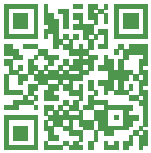
<source format=gbo>
G04 DipTrace 3.0.0.2*
G04 hobo.gbo*
%MOIN*%
G04 #@! TF.FileFunction,Legend,Bot*
G04 #@! TF.Part,Single*
%ADD12C,0.002992*%
%FSLAX26Y26*%
G04*
G70*
G90*
G75*
G01*
G04 BotSilk*
%LPD*%
X2116865Y965625D2*
D12*
X2227573D1*
X2248518D2*
X2260487D1*
X2347259D2*
X2377180D1*
X2398125D2*
X2428046D1*
X2448991D2*
X2460959D1*
X2481904D2*
X2592613D1*
X2116865Y962633D2*
X2227573D1*
X2248518D2*
X2260487D1*
X2347259D2*
X2377180D1*
X2398125D2*
X2428046D1*
X2448991D2*
X2460959D1*
X2481904D2*
X2592613D1*
X2116865Y959640D2*
X2227573D1*
X2248518D2*
X2260487D1*
X2347259D2*
X2377180D1*
X2398125D2*
X2428046D1*
X2448991D2*
X2460959D1*
X2481904D2*
X2592613D1*
X2116865Y956648D2*
X2227573D1*
X2248518D2*
X2260487D1*
X2347259D2*
X2377180D1*
X2398125D2*
X2428046D1*
X2448991D2*
X2460959D1*
X2481904D2*
X2592613D1*
X2116865Y953656D2*
X2227573D1*
X2248518D2*
X2260487D1*
X2347259D2*
X2377180D1*
X2398125D2*
X2428046D1*
X2448991D2*
X2460959D1*
X2481904D2*
X2592613D1*
X2116865Y950664D2*
X2128833D1*
X2215605D2*
X2227573D1*
X2248518D2*
X2260487D1*
X2296392D2*
X2329306D1*
X2398125D2*
X2413085D1*
X2431038D2*
X2445999D1*
X2481904D2*
X2496865D1*
X2580644D2*
X2592613D1*
X2116865Y947672D2*
X2128833D1*
X2215605D2*
X2227573D1*
X2248518D2*
X2260487D1*
X2296392D2*
X2329306D1*
X2398125D2*
X2413085D1*
X2431038D2*
X2445999D1*
X2481904D2*
X2496865D1*
X2580644D2*
X2592613D1*
X2116865Y944680D2*
X2128833D1*
X2215605D2*
X2227573D1*
X2248518D2*
X2260487D1*
X2296392D2*
X2329306D1*
X2398125D2*
X2413085D1*
X2431038D2*
X2445999D1*
X2481904D2*
X2496865D1*
X2580644D2*
X2592613D1*
X2116865Y941688D2*
X2128833D1*
X2215605D2*
X2227573D1*
X2248518D2*
X2260487D1*
X2296392D2*
X2329306D1*
X2398125D2*
X2413085D1*
X2431038D2*
X2445999D1*
X2481904D2*
X2496865D1*
X2580644D2*
X2592613D1*
X2116865Y938696D2*
X2128833D1*
X2215605D2*
X2227573D1*
X2248518D2*
X2260487D1*
X2296392D2*
X2329306D1*
X2398125D2*
X2413085D1*
X2431038D2*
X2445999D1*
X2481904D2*
X2496865D1*
X2580644D2*
X2592613D1*
X2116865Y935703D2*
X2128833D1*
X2146786D2*
X2194660D1*
X2215605D2*
X2227573D1*
X2248518D2*
X2278440D1*
X2314345D2*
X2329306D1*
X2347259D2*
X2377180D1*
X2398125D2*
X2428046D1*
X2448991D2*
X2460959D1*
X2481904D2*
X2496865D1*
X2514818D2*
X2562692D1*
X2580644D2*
X2592613D1*
X2116865Y932711D2*
X2128833D1*
X2146786D2*
X2194660D1*
X2215605D2*
X2227573D1*
X2248518D2*
X2278440D1*
X2314345D2*
X2329306D1*
X2347259D2*
X2377180D1*
X2398125D2*
X2428046D1*
X2448991D2*
X2460959D1*
X2481904D2*
X2496865D1*
X2514818D2*
X2562692D1*
X2580644D2*
X2592613D1*
X2116865Y929719D2*
X2128833D1*
X2146786D2*
X2194660D1*
X2215605D2*
X2227573D1*
X2248518D2*
X2278440D1*
X2314345D2*
X2329306D1*
X2347259D2*
X2377180D1*
X2398125D2*
X2428046D1*
X2448991D2*
X2460959D1*
X2481904D2*
X2496865D1*
X2514818D2*
X2562692D1*
X2580644D2*
X2592613D1*
X2116865Y926727D2*
X2128833D1*
X2146786D2*
X2194660D1*
X2215605D2*
X2227573D1*
X2248518D2*
X2278440D1*
X2314345D2*
X2329306D1*
X2347259D2*
X2377180D1*
X2398125D2*
X2428046D1*
X2448991D2*
X2460959D1*
X2481904D2*
X2496865D1*
X2514818D2*
X2562692D1*
X2580644D2*
X2592613D1*
X2116865Y923735D2*
X2128833D1*
X2146786D2*
X2194660D1*
X2215605D2*
X2227573D1*
X2248518D2*
X2278440D1*
X2314345D2*
X2329306D1*
X2347259D2*
X2377180D1*
X2398125D2*
X2428046D1*
X2448991D2*
X2460959D1*
X2481904D2*
X2496865D1*
X2514818D2*
X2562692D1*
X2580644D2*
X2592613D1*
X2116865Y920743D2*
X2128833D1*
X2146786D2*
X2194660D1*
X2215605D2*
X2227573D1*
X2248518D2*
X2278440D1*
X2314345D2*
X2329306D1*
X2347259D2*
X2377180D1*
X2398125D2*
X2428046D1*
X2448991D2*
X2460959D1*
X2481904D2*
X2496865D1*
X2514818D2*
X2562692D1*
X2580644D2*
X2592613D1*
X2116865Y917751D2*
X2128833D1*
X2146786D2*
X2194660D1*
X2215605D2*
X2227573D1*
X2248518D2*
X2296392D1*
X2314345D2*
X2329306D1*
X2365211D2*
X2377180D1*
X2416077D2*
X2428046D1*
X2448991D2*
X2460959D1*
X2481904D2*
X2496865D1*
X2514818D2*
X2562692D1*
X2580644D2*
X2592613D1*
X2116865Y914759D2*
X2128833D1*
X2146786D2*
X2194660D1*
X2215605D2*
X2227573D1*
X2248518D2*
X2296392D1*
X2314345D2*
X2329306D1*
X2365211D2*
X2377180D1*
X2416077D2*
X2428046D1*
X2448991D2*
X2460959D1*
X2481904D2*
X2496865D1*
X2514818D2*
X2562692D1*
X2580644D2*
X2592613D1*
X2116865Y911766D2*
X2128833D1*
X2146786D2*
X2194660D1*
X2215605D2*
X2227573D1*
X2248518D2*
X2296392D1*
X2314345D2*
X2329306D1*
X2365211D2*
X2377180D1*
X2416077D2*
X2428046D1*
X2448991D2*
X2460959D1*
X2481904D2*
X2496865D1*
X2514818D2*
X2562692D1*
X2580644D2*
X2592613D1*
X2116865Y908774D2*
X2128833D1*
X2146786D2*
X2194660D1*
X2215605D2*
X2227573D1*
X2248518D2*
X2296392D1*
X2314345D2*
X2329306D1*
X2365211D2*
X2377180D1*
X2416077D2*
X2428046D1*
X2448991D2*
X2460959D1*
X2481904D2*
X2496865D1*
X2514818D2*
X2562692D1*
X2580644D2*
X2592613D1*
X2116865Y905782D2*
X2128833D1*
X2146786D2*
X2194660D1*
X2215605D2*
X2227573D1*
X2248518D2*
X2296392D1*
X2314345D2*
X2329306D1*
X2365211D2*
X2377180D1*
X2416077D2*
X2428046D1*
X2448991D2*
X2460959D1*
X2481904D2*
X2496865D1*
X2514818D2*
X2562692D1*
X2580644D2*
X2592613D1*
X2116865Y902790D2*
X2128833D1*
X2146786D2*
X2194660D1*
X2215605D2*
X2227573D1*
X2248518D2*
X2296392D1*
X2314345D2*
X2329306D1*
X2365211D2*
X2377180D1*
X2416077D2*
X2428046D1*
X2448991D2*
X2460959D1*
X2481904D2*
X2496865D1*
X2514818D2*
X2562692D1*
X2580644D2*
X2592613D1*
X2116865Y899798D2*
X2128833D1*
X2146786D2*
X2194660D1*
X2215605D2*
X2227573D1*
X2263479D2*
X2296392D1*
X2314345D2*
X2329306D1*
X2347259D2*
X2413085D1*
X2481904D2*
X2496865D1*
X2514818D2*
X2562692D1*
X2580644D2*
X2592613D1*
X2116865Y896806D2*
X2128833D1*
X2146786D2*
X2194660D1*
X2215605D2*
X2227573D1*
X2263479D2*
X2296392D1*
X2314345D2*
X2329306D1*
X2347259D2*
X2413085D1*
X2481904D2*
X2496865D1*
X2514818D2*
X2562692D1*
X2580644D2*
X2592613D1*
X2116865Y893814D2*
X2128833D1*
X2146786D2*
X2194660D1*
X2215605D2*
X2227573D1*
X2263479D2*
X2296392D1*
X2314345D2*
X2329306D1*
X2347259D2*
X2413085D1*
X2481904D2*
X2496865D1*
X2514818D2*
X2562692D1*
X2580644D2*
X2592613D1*
X2116865Y890822D2*
X2128833D1*
X2146786D2*
X2194660D1*
X2215605D2*
X2227573D1*
X2263479D2*
X2296392D1*
X2314345D2*
X2329306D1*
X2347259D2*
X2413085D1*
X2481904D2*
X2496865D1*
X2514818D2*
X2562692D1*
X2580644D2*
X2592613D1*
X2116865Y887829D2*
X2128833D1*
X2146786D2*
X2194660D1*
X2215605D2*
X2227573D1*
X2263479D2*
X2296392D1*
X2314345D2*
X2329306D1*
X2347259D2*
X2413085D1*
X2481904D2*
X2496865D1*
X2514818D2*
X2562692D1*
X2580644D2*
X2592613D1*
X2116865Y884837D2*
X2128833D1*
X2215605D2*
X2227573D1*
X2248518D2*
X2296392D1*
X2380172D2*
X2413085D1*
X2431038D2*
X2460959D1*
X2481904D2*
X2496865D1*
X2580644D2*
X2592613D1*
X2116865Y881845D2*
X2128833D1*
X2215605D2*
X2227573D1*
X2248518D2*
X2296392D1*
X2380172D2*
X2413085D1*
X2431038D2*
X2460959D1*
X2481904D2*
X2496865D1*
X2580644D2*
X2592613D1*
X2116865Y878853D2*
X2128833D1*
X2215605D2*
X2227573D1*
X2248518D2*
X2296392D1*
X2380172D2*
X2413085D1*
X2431038D2*
X2460959D1*
X2481904D2*
X2496865D1*
X2580644D2*
X2592613D1*
X2116865Y875861D2*
X2128833D1*
X2215605D2*
X2227573D1*
X2248518D2*
X2296392D1*
X2380172D2*
X2413085D1*
X2431038D2*
X2460959D1*
X2481904D2*
X2496865D1*
X2580644D2*
X2592613D1*
X2116865Y872869D2*
X2128833D1*
X2215605D2*
X2227573D1*
X2248518D2*
X2296392D1*
X2380172D2*
X2413085D1*
X2431038D2*
X2460959D1*
X2481904D2*
X2496865D1*
X2580644D2*
X2592613D1*
X2116865Y869877D2*
X2128833D1*
X2215605D2*
X2227573D1*
X2248518D2*
X2296392D1*
X2380172D2*
X2413085D1*
X2431038D2*
X2460959D1*
X2481904D2*
X2496865D1*
X2580644D2*
X2592613D1*
X2116865Y866885D2*
X2227573D1*
X2248518D2*
X2260487D1*
X2281432D2*
X2296392D1*
X2314345D2*
X2329306D1*
X2347259D2*
X2362219D1*
X2380172D2*
X2395133D1*
X2416077D2*
X2428046D1*
X2448991D2*
X2460959D1*
X2481904D2*
X2592613D1*
X2116865Y863892D2*
X2227573D1*
X2248518D2*
X2260487D1*
X2281432D2*
X2296392D1*
X2314345D2*
X2329306D1*
X2347259D2*
X2362219D1*
X2380172D2*
X2395133D1*
X2416077D2*
X2428046D1*
X2448991D2*
X2460959D1*
X2481904D2*
X2592613D1*
X2116865Y860900D2*
X2227573D1*
X2248518D2*
X2260487D1*
X2281432D2*
X2296392D1*
X2314345D2*
X2329306D1*
X2347259D2*
X2362219D1*
X2380172D2*
X2395133D1*
X2416077D2*
X2428046D1*
X2448991D2*
X2460959D1*
X2481904D2*
X2592613D1*
X2116865Y857908D2*
X2227573D1*
X2248518D2*
X2260487D1*
X2281432D2*
X2296392D1*
X2314345D2*
X2329306D1*
X2347259D2*
X2362219D1*
X2380172D2*
X2395133D1*
X2416077D2*
X2428046D1*
X2448991D2*
X2460959D1*
X2481904D2*
X2592613D1*
X2116865Y854916D2*
X2227573D1*
X2248518D2*
X2260487D1*
X2281432D2*
X2296392D1*
X2314345D2*
X2329306D1*
X2347259D2*
X2362219D1*
X2380172D2*
X2395133D1*
X2416077D2*
X2428046D1*
X2448991D2*
X2460959D1*
X2481904D2*
X2592613D1*
X2116865Y851924D2*
X2227573D1*
X2248518D2*
X2260487D1*
X2281432D2*
X2296392D1*
X2314345D2*
X2329306D1*
X2347259D2*
X2362219D1*
X2380172D2*
X2395133D1*
X2416077D2*
X2428046D1*
X2448991D2*
X2460959D1*
X2481904D2*
X2592613D1*
X2281432Y848932D2*
X2311353D1*
X2332298D2*
X2344266D1*
X2398125D2*
X2413085D1*
X2448991D2*
X2460959D1*
X2281432Y845940D2*
X2311353D1*
X2332298D2*
X2344266D1*
X2398125D2*
X2413085D1*
X2448991D2*
X2460959D1*
X2281432Y842948D2*
X2311353D1*
X2332298D2*
X2344266D1*
X2398125D2*
X2413085D1*
X2448991D2*
X2460959D1*
X2281432Y839955D2*
X2311353D1*
X2332298D2*
X2344266D1*
X2398125D2*
X2413085D1*
X2448991D2*
X2460959D1*
X2281432Y836963D2*
X2311353D1*
X2332298D2*
X2344266D1*
X2398125D2*
X2413085D1*
X2448991D2*
X2460959D1*
X2116865Y833971D2*
X2143794D1*
X2179699D2*
X2227573D1*
X2281432D2*
X2296392D1*
X2314345D2*
X2344266D1*
X2365211D2*
X2377180D1*
X2398125D2*
X2413085D1*
X2431038D2*
X2460959D1*
X2496865D2*
X2511825D1*
X2532770D2*
X2592613D1*
X2116865Y830979D2*
X2143794D1*
X2179699D2*
X2227573D1*
X2281432D2*
X2296392D1*
X2314345D2*
X2344266D1*
X2365211D2*
X2377180D1*
X2398125D2*
X2413085D1*
X2431038D2*
X2460959D1*
X2496865D2*
X2511825D1*
X2532770D2*
X2592613D1*
X2116865Y827987D2*
X2143794D1*
X2179699D2*
X2227573D1*
X2281432D2*
X2296392D1*
X2314345D2*
X2344266D1*
X2365211D2*
X2377180D1*
X2398125D2*
X2413085D1*
X2431038D2*
X2460959D1*
X2496865D2*
X2511825D1*
X2532770D2*
X2592613D1*
X2116865Y824995D2*
X2143794D1*
X2179699D2*
X2227573D1*
X2281432D2*
X2296392D1*
X2314345D2*
X2344266D1*
X2365211D2*
X2377180D1*
X2398125D2*
X2413085D1*
X2431038D2*
X2460959D1*
X2496865D2*
X2511825D1*
X2532770D2*
X2592613D1*
X2116865Y822003D2*
X2143794D1*
X2179699D2*
X2227573D1*
X2281432D2*
X2296392D1*
X2314345D2*
X2344266D1*
X2365211D2*
X2377180D1*
X2398125D2*
X2413085D1*
X2431038D2*
X2460959D1*
X2496865D2*
X2511825D1*
X2532770D2*
X2592613D1*
X2116865Y819010D2*
X2143794D1*
X2179699D2*
X2227573D1*
X2281432D2*
X2296392D1*
X2314345D2*
X2344266D1*
X2365211D2*
X2377180D1*
X2398125D2*
X2413085D1*
X2431038D2*
X2460959D1*
X2496865D2*
X2511825D1*
X2532770D2*
X2592613D1*
X2116865Y816018D2*
X2161747D1*
X2230566D2*
X2260487D1*
X2332298D2*
X2395133D1*
X2481904D2*
X2496865D1*
X2514818D2*
X2592613D1*
X2116865Y813026D2*
X2161747D1*
X2230566D2*
X2260487D1*
X2332298D2*
X2395133D1*
X2481904D2*
X2496865D1*
X2514818D2*
X2592613D1*
X2116865Y810034D2*
X2161747D1*
X2230566D2*
X2260487D1*
X2332298D2*
X2395133D1*
X2481904D2*
X2496865D1*
X2514818D2*
X2592613D1*
X2116865Y807042D2*
X2161747D1*
X2230566D2*
X2260487D1*
X2332298D2*
X2395133D1*
X2481904D2*
X2496865D1*
X2514818D2*
X2592613D1*
X2116865Y804050D2*
X2161747D1*
X2230566D2*
X2260487D1*
X2332298D2*
X2395133D1*
X2481904D2*
X2496865D1*
X2514818D2*
X2592613D1*
X2116865Y801058D2*
X2161747D1*
X2230566D2*
X2260487D1*
X2332298D2*
X2395133D1*
X2481904D2*
X2496865D1*
X2514818D2*
X2592613D1*
X2146786Y798066D2*
X2176707D1*
X2215605D2*
X2227573D1*
X2248518D2*
X2296392D1*
X2365211D2*
X2377180D1*
X2398125D2*
X2428046D1*
X2448991D2*
X2460959D1*
X2514818D2*
X2529778D1*
X2580644D2*
X2592613D1*
X2146786Y795073D2*
X2176707D1*
X2215605D2*
X2227573D1*
X2248518D2*
X2296392D1*
X2365211D2*
X2377180D1*
X2398125D2*
X2428046D1*
X2448991D2*
X2460959D1*
X2514818D2*
X2529778D1*
X2580644D2*
X2592613D1*
X2146786Y792081D2*
X2176707D1*
X2215605D2*
X2227573D1*
X2248518D2*
X2296392D1*
X2365211D2*
X2377180D1*
X2398125D2*
X2428046D1*
X2448991D2*
X2460959D1*
X2514818D2*
X2529778D1*
X2580644D2*
X2592613D1*
X2146786Y789089D2*
X2176707D1*
X2215605D2*
X2227573D1*
X2248518D2*
X2296392D1*
X2365211D2*
X2377180D1*
X2398125D2*
X2428046D1*
X2448991D2*
X2460959D1*
X2514818D2*
X2529778D1*
X2580644D2*
X2592613D1*
X2146786Y786097D2*
X2176707D1*
X2215605D2*
X2227573D1*
X2248518D2*
X2296392D1*
X2365211D2*
X2377180D1*
X2398125D2*
X2428046D1*
X2448991D2*
X2460959D1*
X2514818D2*
X2529778D1*
X2580644D2*
X2592613D1*
X2116865Y783105D2*
X2143794D1*
X2197652D2*
X2212613D1*
X2263479D2*
X2278440D1*
X2314345D2*
X2329306D1*
X2347259D2*
X2413085D1*
X2448991D2*
X2478912D1*
X2496865D2*
X2511825D1*
X2565684D2*
X2592613D1*
X2116865Y780113D2*
X2143794D1*
X2197652D2*
X2212613D1*
X2263479D2*
X2278440D1*
X2314345D2*
X2329306D1*
X2347259D2*
X2413085D1*
X2448991D2*
X2478912D1*
X2496865D2*
X2511825D1*
X2565684D2*
X2592613D1*
X2116865Y777121D2*
X2143794D1*
X2197652D2*
X2212613D1*
X2263479D2*
X2278440D1*
X2314345D2*
X2329306D1*
X2347259D2*
X2413085D1*
X2448991D2*
X2478912D1*
X2496865D2*
X2511825D1*
X2565684D2*
X2592613D1*
X2116865Y774129D2*
X2143794D1*
X2197652D2*
X2212613D1*
X2263479D2*
X2278440D1*
X2314345D2*
X2329306D1*
X2347259D2*
X2413085D1*
X2448991D2*
X2478912D1*
X2496865D2*
X2511825D1*
X2565684D2*
X2592613D1*
X2116865Y771136D2*
X2143794D1*
X2197652D2*
X2212613D1*
X2263479D2*
X2278440D1*
X2314345D2*
X2329306D1*
X2347259D2*
X2413085D1*
X2448991D2*
X2478912D1*
X2496865D2*
X2511825D1*
X2565684D2*
X2592613D1*
X2116865Y768144D2*
X2143794D1*
X2197652D2*
X2212613D1*
X2263479D2*
X2278440D1*
X2314345D2*
X2329306D1*
X2347259D2*
X2413085D1*
X2448991D2*
X2478912D1*
X2496865D2*
X2511825D1*
X2565684D2*
X2592613D1*
X2131825Y765152D2*
X2143794D1*
X2164739D2*
X2176707D1*
X2197652D2*
X2227573D1*
X2248518D2*
X2260487D1*
X2296392D2*
X2311353D1*
X2332298D2*
X2377180D1*
X2398125D2*
X2413085D1*
X2431038D2*
X2478912D1*
X2496865D2*
X2511825D1*
X2565684D2*
X2577652D1*
X2131825Y762160D2*
X2143794D1*
X2164739D2*
X2176707D1*
X2197652D2*
X2227573D1*
X2248518D2*
X2260487D1*
X2296392D2*
X2311353D1*
X2332298D2*
X2377180D1*
X2398125D2*
X2413085D1*
X2431038D2*
X2478912D1*
X2496865D2*
X2511825D1*
X2565684D2*
X2577652D1*
X2131825Y759168D2*
X2143794D1*
X2164739D2*
X2176707D1*
X2197652D2*
X2227573D1*
X2248518D2*
X2260487D1*
X2296392D2*
X2311353D1*
X2332298D2*
X2377180D1*
X2398125D2*
X2413085D1*
X2431038D2*
X2478912D1*
X2496865D2*
X2511825D1*
X2565684D2*
X2577652D1*
X2131825Y756176D2*
X2143794D1*
X2164739D2*
X2176707D1*
X2197652D2*
X2227573D1*
X2248518D2*
X2260487D1*
X2296392D2*
X2311353D1*
X2332298D2*
X2377180D1*
X2398125D2*
X2413085D1*
X2431038D2*
X2478912D1*
X2496865D2*
X2511825D1*
X2565684D2*
X2577652D1*
X2131825Y753184D2*
X2143794D1*
X2164739D2*
X2176707D1*
X2197652D2*
X2227573D1*
X2248518D2*
X2260487D1*
X2296392D2*
X2311353D1*
X2332298D2*
X2377180D1*
X2398125D2*
X2413085D1*
X2431038D2*
X2478912D1*
X2496865D2*
X2511825D1*
X2565684D2*
X2577652D1*
X2131825Y750192D2*
X2143794D1*
X2164739D2*
X2176707D1*
X2197652D2*
X2227573D1*
X2248518D2*
X2260487D1*
X2296392D2*
X2311353D1*
X2332298D2*
X2377180D1*
X2398125D2*
X2413085D1*
X2431038D2*
X2478912D1*
X2496865D2*
X2511825D1*
X2565684D2*
X2577652D1*
X2131825Y747199D2*
X2161747D1*
X2197652D2*
X2212613D1*
X2230566D2*
X2245526D1*
X2263479D2*
X2296392D1*
X2314345D2*
X2329306D1*
X2365211D2*
X2395133D1*
X2463951D2*
X2544739D1*
X2565684D2*
X2592613D1*
X2131825Y744207D2*
X2161747D1*
X2197652D2*
X2212613D1*
X2230566D2*
X2245526D1*
X2263479D2*
X2296392D1*
X2314345D2*
X2329306D1*
X2365211D2*
X2395133D1*
X2463951D2*
X2544739D1*
X2565684D2*
X2592613D1*
X2131825Y741215D2*
X2161747D1*
X2197652D2*
X2212613D1*
X2230566D2*
X2245526D1*
X2263479D2*
X2296392D1*
X2314345D2*
X2329306D1*
X2365211D2*
X2395133D1*
X2463951D2*
X2544739D1*
X2565684D2*
X2592613D1*
X2131825Y738223D2*
X2161747D1*
X2197652D2*
X2212613D1*
X2230566D2*
X2245526D1*
X2263479D2*
X2296392D1*
X2314345D2*
X2329306D1*
X2365211D2*
X2395133D1*
X2463951D2*
X2544739D1*
X2565684D2*
X2592613D1*
X2131825Y735231D2*
X2161747D1*
X2197652D2*
X2212613D1*
X2230566D2*
X2245526D1*
X2263479D2*
X2296392D1*
X2314345D2*
X2329306D1*
X2365211D2*
X2395133D1*
X2463951D2*
X2544739D1*
X2565684D2*
X2592613D1*
X2116865Y732239D2*
X2128833D1*
X2164739D2*
X2194660D1*
X2215605D2*
X2377180D1*
X2463951D2*
X2529778D1*
X2547731D2*
X2562692D1*
X2580644D2*
X2592613D1*
X2116865Y729247D2*
X2128833D1*
X2164739D2*
X2194660D1*
X2215605D2*
X2377180D1*
X2463951D2*
X2529778D1*
X2547731D2*
X2562692D1*
X2580644D2*
X2592613D1*
X2116865Y726255D2*
X2128833D1*
X2164739D2*
X2194660D1*
X2215605D2*
X2377180D1*
X2463951D2*
X2529778D1*
X2547731D2*
X2562692D1*
X2580644D2*
X2592613D1*
X2116865Y723262D2*
X2128833D1*
X2164739D2*
X2194660D1*
X2215605D2*
X2377180D1*
X2463951D2*
X2529778D1*
X2547731D2*
X2562692D1*
X2580644D2*
X2592613D1*
X2116865Y720270D2*
X2128833D1*
X2164739D2*
X2194660D1*
X2215605D2*
X2377180D1*
X2463951D2*
X2529778D1*
X2547731D2*
X2562692D1*
X2580644D2*
X2592613D1*
X2116865Y717278D2*
X2128833D1*
X2164739D2*
X2194660D1*
X2215605D2*
X2377180D1*
X2463951D2*
X2529778D1*
X2547731D2*
X2562692D1*
X2580644D2*
X2592613D1*
X2116865Y714286D2*
X2128833D1*
X2164739D2*
X2176707D1*
X2230566D2*
X2260487D1*
X2296392D2*
X2311353D1*
X2332298D2*
X2344266D1*
X2398125D2*
X2413085D1*
X2431038D2*
X2478912D1*
X2496865D2*
X2511825D1*
X2565684D2*
X2592613D1*
X2116865Y711294D2*
X2128833D1*
X2164739D2*
X2176707D1*
X2230566D2*
X2260487D1*
X2296392D2*
X2311353D1*
X2332298D2*
X2344266D1*
X2398125D2*
X2413085D1*
X2431038D2*
X2478912D1*
X2496865D2*
X2511825D1*
X2565684D2*
X2592613D1*
X2116865Y708302D2*
X2128833D1*
X2164739D2*
X2176707D1*
X2230566D2*
X2260487D1*
X2296392D2*
X2311353D1*
X2332298D2*
X2344266D1*
X2398125D2*
X2413085D1*
X2431038D2*
X2478912D1*
X2496865D2*
X2511825D1*
X2565684D2*
X2592613D1*
X2116865Y705310D2*
X2128833D1*
X2164739D2*
X2176707D1*
X2230566D2*
X2260487D1*
X2296392D2*
X2311353D1*
X2332298D2*
X2344266D1*
X2398125D2*
X2413085D1*
X2431038D2*
X2478912D1*
X2496865D2*
X2511825D1*
X2565684D2*
X2592613D1*
X2116865Y702318D2*
X2128833D1*
X2164739D2*
X2176707D1*
X2230566D2*
X2260487D1*
X2296392D2*
X2311353D1*
X2332298D2*
X2344266D1*
X2398125D2*
X2413085D1*
X2431038D2*
X2478912D1*
X2496865D2*
X2511825D1*
X2565684D2*
X2592613D1*
X2116865Y699325D2*
X2128833D1*
X2164739D2*
X2176707D1*
X2197652D2*
X2344266D1*
X2365211D2*
X2377180D1*
X2398125D2*
X2413085D1*
X2431038D2*
X2478912D1*
X2496865D2*
X2511825D1*
X2532770D2*
X2544739D1*
X2565684D2*
X2592613D1*
X2116865Y696333D2*
X2128833D1*
X2197652D2*
X2227573D1*
X2263479D2*
X2296392D1*
X2314345D2*
X2344266D1*
X2365211D2*
X2377180D1*
X2398125D2*
X2413085D1*
X2448991D2*
X2478912D1*
X2496865D2*
X2511825D1*
X2532770D2*
X2544739D1*
X2565684D2*
X2577652D1*
X2116865Y693341D2*
X2128833D1*
X2197652D2*
X2227573D1*
X2263479D2*
X2296392D1*
X2314345D2*
X2344266D1*
X2365211D2*
X2377180D1*
X2398125D2*
X2413085D1*
X2448991D2*
X2478912D1*
X2496865D2*
X2511825D1*
X2532770D2*
X2544739D1*
X2565684D2*
X2577652D1*
X2116865Y690349D2*
X2128833D1*
X2197652D2*
X2227573D1*
X2263479D2*
X2296392D1*
X2314345D2*
X2344266D1*
X2365211D2*
X2377180D1*
X2398125D2*
X2413085D1*
X2448991D2*
X2478912D1*
X2496865D2*
X2511825D1*
X2532770D2*
X2544739D1*
X2565684D2*
X2577652D1*
X2116865Y687357D2*
X2128833D1*
X2197652D2*
X2227573D1*
X2263479D2*
X2296392D1*
X2314345D2*
X2344266D1*
X2365211D2*
X2377180D1*
X2398125D2*
X2413085D1*
X2448991D2*
X2478912D1*
X2496865D2*
X2511825D1*
X2532770D2*
X2544739D1*
X2565684D2*
X2577652D1*
X2116865Y684365D2*
X2128833D1*
X2197652D2*
X2227573D1*
X2263479D2*
X2296392D1*
X2314345D2*
X2344266D1*
X2365211D2*
X2377180D1*
X2398125D2*
X2413085D1*
X2448991D2*
X2478912D1*
X2496865D2*
X2511825D1*
X2532770D2*
X2544739D1*
X2565684D2*
X2577652D1*
X2116865Y681373D2*
X2176707D1*
X2197652D2*
X2212613D1*
X2248518D2*
X2278440D1*
X2332298D2*
X2377180D1*
X2416077D2*
X2428046D1*
X2448991D2*
X2460959D1*
X2481904D2*
X2529778D1*
X2565684D2*
X2592613D1*
X2116865Y678381D2*
X2176707D1*
X2197652D2*
X2212613D1*
X2248518D2*
X2278440D1*
X2332298D2*
X2377180D1*
X2416077D2*
X2428046D1*
X2448991D2*
X2460959D1*
X2481904D2*
X2529778D1*
X2565684D2*
X2592613D1*
X2116865Y675388D2*
X2176707D1*
X2197652D2*
X2212613D1*
X2248518D2*
X2278440D1*
X2332298D2*
X2377180D1*
X2416077D2*
X2428046D1*
X2448991D2*
X2460959D1*
X2481904D2*
X2529778D1*
X2565684D2*
X2592613D1*
X2116865Y672396D2*
X2176707D1*
X2197652D2*
X2212613D1*
X2248518D2*
X2278440D1*
X2332298D2*
X2377180D1*
X2416077D2*
X2428046D1*
X2448991D2*
X2460959D1*
X2481904D2*
X2529778D1*
X2565684D2*
X2592613D1*
X2116865Y669404D2*
X2176707D1*
X2197652D2*
X2212613D1*
X2248518D2*
X2278440D1*
X2332298D2*
X2377180D1*
X2416077D2*
X2428046D1*
X2448991D2*
X2460959D1*
X2481904D2*
X2529778D1*
X2565684D2*
X2592613D1*
X2116865Y666412D2*
X2176707D1*
X2197652D2*
X2212613D1*
X2248518D2*
X2278440D1*
X2332298D2*
X2377180D1*
X2416077D2*
X2428046D1*
X2448991D2*
X2460959D1*
X2481904D2*
X2529778D1*
X2565684D2*
X2592613D1*
X2179699Y663420D2*
X2194660D1*
X2215605D2*
X2227573D1*
X2248518D2*
X2296392D1*
X2365211D2*
X2377180D1*
X2398125D2*
X2413085D1*
X2532770D2*
X2562692D1*
X2580644D2*
X2592613D1*
X2179699Y660428D2*
X2194660D1*
X2215605D2*
X2227573D1*
X2248518D2*
X2296392D1*
X2365211D2*
X2377180D1*
X2398125D2*
X2413085D1*
X2532770D2*
X2562692D1*
X2580644D2*
X2592613D1*
X2179699Y657436D2*
X2194660D1*
X2215605D2*
X2227573D1*
X2248518D2*
X2296392D1*
X2365211D2*
X2377180D1*
X2398125D2*
X2413085D1*
X2532770D2*
X2562692D1*
X2580644D2*
X2592613D1*
X2179699Y654444D2*
X2194660D1*
X2215605D2*
X2227573D1*
X2248518D2*
X2296392D1*
X2365211D2*
X2377180D1*
X2398125D2*
X2413085D1*
X2532770D2*
X2562692D1*
X2580644D2*
X2592613D1*
X2179699Y651451D2*
X2194660D1*
X2215605D2*
X2227573D1*
X2248518D2*
X2296392D1*
X2365211D2*
X2377180D1*
X2398125D2*
X2413085D1*
X2532770D2*
X2562692D1*
X2580644D2*
X2592613D1*
X2146786Y648459D2*
X2227573D1*
X2248518D2*
X2296392D1*
X2314345D2*
X2329306D1*
X2347259D2*
X2377180D1*
X2398125D2*
X2460959D1*
X2532770D2*
X2592613D1*
X2146786Y645467D2*
X2212613D1*
X2314345D2*
X2329306D1*
X2347259D2*
X2362219D1*
X2398125D2*
X2460959D1*
X2565684D2*
X2592613D1*
X2146786Y642475D2*
X2212613D1*
X2314345D2*
X2329306D1*
X2347259D2*
X2362219D1*
X2398125D2*
X2460959D1*
X2565684D2*
X2592613D1*
X2146786Y639483D2*
X2212613D1*
X2314345D2*
X2329306D1*
X2347259D2*
X2362219D1*
X2398125D2*
X2460959D1*
X2565684D2*
X2592613D1*
X2146786Y636491D2*
X2212613D1*
X2314345D2*
X2329306D1*
X2347259D2*
X2362219D1*
X2398125D2*
X2460959D1*
X2565684D2*
X2592613D1*
X2146786Y633499D2*
X2212613D1*
X2314345D2*
X2329306D1*
X2347259D2*
X2362219D1*
X2398125D2*
X2460959D1*
X2565684D2*
X2592613D1*
X2116865Y630507D2*
X2161747D1*
X2215605D2*
X2227573D1*
X2248518D2*
X2278440D1*
X2296392D2*
X2311353D1*
X2332298D2*
X2362219D1*
X2380172D2*
X2413085D1*
X2448991D2*
X2544739D1*
X2580644D2*
X2592613D1*
X2116865Y627514D2*
X2161747D1*
X2215605D2*
X2227573D1*
X2248518D2*
X2278440D1*
X2296392D2*
X2311353D1*
X2332298D2*
X2362219D1*
X2380172D2*
X2413085D1*
X2448991D2*
X2544739D1*
X2580644D2*
X2592613D1*
X2116865Y624522D2*
X2161747D1*
X2215605D2*
X2227573D1*
X2248518D2*
X2278440D1*
X2296392D2*
X2311353D1*
X2332298D2*
X2362219D1*
X2380172D2*
X2413085D1*
X2448991D2*
X2544739D1*
X2580644D2*
X2592613D1*
X2116865Y621530D2*
X2161747D1*
X2215605D2*
X2227573D1*
X2248518D2*
X2278440D1*
X2296392D2*
X2311353D1*
X2332298D2*
X2362219D1*
X2380172D2*
X2413085D1*
X2448991D2*
X2544739D1*
X2580644D2*
X2592613D1*
X2116865Y618538D2*
X2161747D1*
X2215605D2*
X2227573D1*
X2248518D2*
X2278440D1*
X2296392D2*
X2311353D1*
X2332298D2*
X2362219D1*
X2380172D2*
X2413085D1*
X2448991D2*
X2544739D1*
X2580644D2*
X2592613D1*
X2116865Y615546D2*
X2161747D1*
X2215605D2*
X2227573D1*
X2248518D2*
X2278440D1*
X2296392D2*
X2311353D1*
X2332298D2*
X2362219D1*
X2380172D2*
X2413085D1*
X2448991D2*
X2544739D1*
X2580644D2*
X2592613D1*
X2248518Y612554D2*
X2260487D1*
X2281432D2*
X2296392D1*
X2314345D2*
X2329306D1*
X2365211D2*
X2377180D1*
X2416077D2*
X2460959D1*
X2514818D2*
X2529778D1*
X2580644D2*
X2592613D1*
X2248518Y609562D2*
X2260487D1*
X2281432D2*
X2296392D1*
X2314345D2*
X2329306D1*
X2365211D2*
X2377180D1*
X2416077D2*
X2460959D1*
X2514818D2*
X2529778D1*
X2580644D2*
X2592613D1*
X2248518Y606570D2*
X2260487D1*
X2281432D2*
X2296392D1*
X2314345D2*
X2329306D1*
X2365211D2*
X2377180D1*
X2416077D2*
X2460959D1*
X2514818D2*
X2529778D1*
X2580644D2*
X2592613D1*
X2248518Y603577D2*
X2260487D1*
X2281432D2*
X2296392D1*
X2314345D2*
X2329306D1*
X2365211D2*
X2377180D1*
X2416077D2*
X2460959D1*
X2514818D2*
X2529778D1*
X2580644D2*
X2592613D1*
X2248518Y600585D2*
X2260487D1*
X2281432D2*
X2296392D1*
X2314345D2*
X2329306D1*
X2365211D2*
X2377180D1*
X2416077D2*
X2460959D1*
X2514818D2*
X2529778D1*
X2580644D2*
X2592613D1*
X2116865Y597593D2*
X2227573D1*
X2263479D2*
X2377180D1*
X2416077D2*
X2460959D1*
X2481904D2*
X2496865D1*
X2514818D2*
X2562692D1*
X2580644D2*
X2592613D1*
X2116865Y594601D2*
X2227573D1*
X2263479D2*
X2377180D1*
X2416077D2*
X2460959D1*
X2481904D2*
X2496865D1*
X2514818D2*
X2562692D1*
X2580644D2*
X2592613D1*
X2116865Y591609D2*
X2227573D1*
X2263479D2*
X2377180D1*
X2416077D2*
X2460959D1*
X2481904D2*
X2496865D1*
X2514818D2*
X2562692D1*
X2580644D2*
X2592613D1*
X2116865Y588617D2*
X2227573D1*
X2263479D2*
X2377180D1*
X2416077D2*
X2460959D1*
X2481904D2*
X2496865D1*
X2514818D2*
X2562692D1*
X2580644D2*
X2592613D1*
X2116865Y585625D2*
X2227573D1*
X2263479D2*
X2377180D1*
X2416077D2*
X2460959D1*
X2481904D2*
X2496865D1*
X2514818D2*
X2562692D1*
X2580644D2*
X2592613D1*
X2116865Y582633D2*
X2227573D1*
X2263479D2*
X2377180D1*
X2416077D2*
X2460959D1*
X2481904D2*
X2496865D1*
X2514818D2*
X2562692D1*
X2580644D2*
X2592613D1*
X2116865Y579640D2*
X2128833D1*
X2215605D2*
X2227573D1*
X2248518D2*
X2260487D1*
X2281432D2*
X2311353D1*
X2332298D2*
X2344266D1*
X2365211D2*
X2413085D1*
X2431038D2*
X2460959D1*
X2514818D2*
X2544739D1*
X2580644D2*
X2592613D1*
X2116865Y576648D2*
X2128833D1*
X2215605D2*
X2227573D1*
X2248518D2*
X2260487D1*
X2281432D2*
X2311353D1*
X2332298D2*
X2344266D1*
X2365211D2*
X2413085D1*
X2431038D2*
X2460959D1*
X2514818D2*
X2544739D1*
X2580644D2*
X2592613D1*
X2116865Y573656D2*
X2128833D1*
X2215605D2*
X2227573D1*
X2248518D2*
X2260487D1*
X2281432D2*
X2311353D1*
X2332298D2*
X2344266D1*
X2365211D2*
X2413085D1*
X2431038D2*
X2460959D1*
X2514818D2*
X2544739D1*
X2580644D2*
X2592613D1*
X2116865Y570664D2*
X2128833D1*
X2215605D2*
X2227573D1*
X2248518D2*
X2260487D1*
X2281432D2*
X2311353D1*
X2332298D2*
X2344266D1*
X2365211D2*
X2413085D1*
X2431038D2*
X2460959D1*
X2514818D2*
X2544739D1*
X2580644D2*
X2592613D1*
X2116865Y567672D2*
X2128833D1*
X2215605D2*
X2227573D1*
X2248518D2*
X2260487D1*
X2281432D2*
X2311353D1*
X2332298D2*
X2344266D1*
X2365211D2*
X2413085D1*
X2431038D2*
X2460959D1*
X2514818D2*
X2544739D1*
X2580644D2*
X2592613D1*
X2116865Y564680D2*
X2128833D1*
X2215605D2*
X2227573D1*
X2248518D2*
X2260487D1*
X2281432D2*
X2311353D1*
X2332298D2*
X2344266D1*
X2365211D2*
X2413085D1*
X2431038D2*
X2460959D1*
X2514818D2*
X2544739D1*
X2580644D2*
X2592613D1*
X2116865Y561688D2*
X2128833D1*
X2146786D2*
X2194660D1*
X2215605D2*
X2227573D1*
X2248518D2*
X2278440D1*
X2314345D2*
X2344266D1*
X2380172D2*
X2413085D1*
X2431038D2*
X2529778D1*
X2565684D2*
X2577652D1*
X2116865Y558696D2*
X2128833D1*
X2146786D2*
X2194660D1*
X2215605D2*
X2227573D1*
X2248518D2*
X2278440D1*
X2314345D2*
X2344266D1*
X2380172D2*
X2413085D1*
X2431038D2*
X2529778D1*
X2565684D2*
X2577652D1*
X2116865Y555703D2*
X2128833D1*
X2146786D2*
X2194660D1*
X2215605D2*
X2227573D1*
X2248518D2*
X2278440D1*
X2314345D2*
X2344266D1*
X2380172D2*
X2413085D1*
X2431038D2*
X2529778D1*
X2565684D2*
X2577652D1*
X2116865Y552711D2*
X2128833D1*
X2146786D2*
X2194660D1*
X2215605D2*
X2227573D1*
X2248518D2*
X2278440D1*
X2314345D2*
X2344266D1*
X2380172D2*
X2413085D1*
X2431038D2*
X2529778D1*
X2565684D2*
X2577652D1*
X2116865Y549719D2*
X2128833D1*
X2146786D2*
X2194660D1*
X2215605D2*
X2227573D1*
X2248518D2*
X2278440D1*
X2314345D2*
X2344266D1*
X2380172D2*
X2413085D1*
X2431038D2*
X2529778D1*
X2565684D2*
X2577652D1*
X2116865Y546727D2*
X2128833D1*
X2146786D2*
X2194660D1*
X2215605D2*
X2227573D1*
X2263479D2*
X2278440D1*
X2332298D2*
X2377180D1*
X2416077D2*
X2428046D1*
X2448991D2*
X2478912D1*
X2547731D2*
X2562692D1*
X2580644D2*
X2592613D1*
X2116865Y543735D2*
X2128833D1*
X2146786D2*
X2194660D1*
X2215605D2*
X2227573D1*
X2263479D2*
X2278440D1*
X2332298D2*
X2377180D1*
X2416077D2*
X2428046D1*
X2448991D2*
X2478912D1*
X2547731D2*
X2562692D1*
X2580644D2*
X2592613D1*
X2116865Y540743D2*
X2128833D1*
X2146786D2*
X2194660D1*
X2215605D2*
X2227573D1*
X2263479D2*
X2278440D1*
X2332298D2*
X2377180D1*
X2416077D2*
X2428046D1*
X2448991D2*
X2478912D1*
X2547731D2*
X2562692D1*
X2580644D2*
X2592613D1*
X2116865Y537751D2*
X2128833D1*
X2146786D2*
X2194660D1*
X2215605D2*
X2227573D1*
X2263479D2*
X2278440D1*
X2332298D2*
X2377180D1*
X2416077D2*
X2428046D1*
X2448991D2*
X2478912D1*
X2547731D2*
X2562692D1*
X2580644D2*
X2592613D1*
X2116865Y534759D2*
X2128833D1*
X2146786D2*
X2194660D1*
X2215605D2*
X2227573D1*
X2263479D2*
X2278440D1*
X2332298D2*
X2377180D1*
X2416077D2*
X2428046D1*
X2448991D2*
X2478912D1*
X2547731D2*
X2562692D1*
X2580644D2*
X2592613D1*
X2116865Y531766D2*
X2128833D1*
X2146786D2*
X2194660D1*
X2215605D2*
X2227573D1*
X2263479D2*
X2278440D1*
X2332298D2*
X2377180D1*
X2416077D2*
X2428046D1*
X2448991D2*
X2478912D1*
X2547731D2*
X2562692D1*
X2580644D2*
X2592613D1*
X2116865Y528774D2*
X2128833D1*
X2146786D2*
X2194660D1*
X2215605D2*
X2227573D1*
X2263479D2*
X2296392D1*
X2365211D2*
X2377180D1*
X2416077D2*
X2428046D1*
X2532770D2*
X2544739D1*
X2565684D2*
X2592613D1*
X2116865Y525782D2*
X2128833D1*
X2146786D2*
X2194660D1*
X2215605D2*
X2227573D1*
X2263479D2*
X2296392D1*
X2365211D2*
X2377180D1*
X2416077D2*
X2428046D1*
X2532770D2*
X2544739D1*
X2565684D2*
X2592613D1*
X2116865Y522790D2*
X2128833D1*
X2146786D2*
X2194660D1*
X2215605D2*
X2227573D1*
X2263479D2*
X2296392D1*
X2365211D2*
X2377180D1*
X2416077D2*
X2428046D1*
X2532770D2*
X2544739D1*
X2565684D2*
X2592613D1*
X2116865Y519798D2*
X2128833D1*
X2146786D2*
X2194660D1*
X2215605D2*
X2227573D1*
X2263479D2*
X2296392D1*
X2365211D2*
X2377180D1*
X2416077D2*
X2428046D1*
X2532770D2*
X2544739D1*
X2565684D2*
X2592613D1*
X2116865Y516806D2*
X2128833D1*
X2146786D2*
X2194660D1*
X2215605D2*
X2227573D1*
X2263479D2*
X2296392D1*
X2365211D2*
X2377180D1*
X2416077D2*
X2428046D1*
X2532770D2*
X2544739D1*
X2565684D2*
X2592613D1*
X2116865Y513814D2*
X2128833D1*
X2146786D2*
X2194660D1*
X2215605D2*
X2227573D1*
X2263479D2*
X2296392D1*
X2365211D2*
X2377180D1*
X2416077D2*
X2428046D1*
X2532770D2*
X2544739D1*
X2565684D2*
X2592613D1*
X2116865Y510822D2*
X2128833D1*
X2215605D2*
X2227573D1*
X2248518D2*
X2260487D1*
X2314345D2*
X2329306D1*
X2347259D2*
X2362219D1*
X2398125D2*
X2413085D1*
X2448991D2*
X2460959D1*
X2481904D2*
X2496865D1*
X2514818D2*
X2544739D1*
X2565684D2*
X2592613D1*
X2116865Y507829D2*
X2128833D1*
X2215605D2*
X2227573D1*
X2248518D2*
X2260487D1*
X2314345D2*
X2329306D1*
X2347259D2*
X2362219D1*
X2398125D2*
X2413085D1*
X2448991D2*
X2460959D1*
X2481904D2*
X2496865D1*
X2514818D2*
X2544739D1*
X2565684D2*
X2592613D1*
X2116865Y504837D2*
X2128833D1*
X2215605D2*
X2227573D1*
X2248518D2*
X2260487D1*
X2314345D2*
X2329306D1*
X2347259D2*
X2362219D1*
X2398125D2*
X2413085D1*
X2448991D2*
X2460959D1*
X2481904D2*
X2496865D1*
X2514818D2*
X2544739D1*
X2565684D2*
X2592613D1*
X2116865Y501845D2*
X2128833D1*
X2215605D2*
X2227573D1*
X2248518D2*
X2260487D1*
X2314345D2*
X2329306D1*
X2347259D2*
X2362219D1*
X2398125D2*
X2413085D1*
X2448991D2*
X2460959D1*
X2481904D2*
X2496865D1*
X2514818D2*
X2544739D1*
X2565684D2*
X2592613D1*
X2116865Y498853D2*
X2128833D1*
X2215605D2*
X2227573D1*
X2248518D2*
X2260487D1*
X2314345D2*
X2329306D1*
X2347259D2*
X2362219D1*
X2398125D2*
X2413085D1*
X2448991D2*
X2460959D1*
X2481904D2*
X2496865D1*
X2514818D2*
X2544739D1*
X2565684D2*
X2592613D1*
X2116865Y495861D2*
X2227573D1*
X2248518D2*
X2311353D1*
X2332298D2*
X2377180D1*
X2398125D2*
X2413085D1*
X2448991D2*
X2496865D1*
X2514818D2*
X2529778D1*
X2565684D2*
X2577652D1*
X2116865Y492869D2*
X2227573D1*
X2248518D2*
X2311353D1*
X2332298D2*
X2377180D1*
X2398125D2*
X2413085D1*
X2448991D2*
X2496865D1*
X2514818D2*
X2529778D1*
X2565684D2*
X2577652D1*
X2116865Y489877D2*
X2227573D1*
X2248518D2*
X2311353D1*
X2332298D2*
X2377180D1*
X2398125D2*
X2413085D1*
X2448991D2*
X2496865D1*
X2514818D2*
X2529778D1*
X2565684D2*
X2577652D1*
X2116865Y486885D2*
X2227573D1*
X2248518D2*
X2311353D1*
X2332298D2*
X2377180D1*
X2398125D2*
X2413085D1*
X2448991D2*
X2496865D1*
X2514818D2*
X2529778D1*
X2565684D2*
X2577652D1*
X2116865Y483892D2*
X2227573D1*
X2248518D2*
X2311353D1*
X2332298D2*
X2377180D1*
X2398125D2*
X2413085D1*
X2448991D2*
X2496865D1*
X2514818D2*
X2529778D1*
X2565684D2*
X2577652D1*
X2116865Y965625D2*
Y962633D1*
Y959640D1*
Y956648D1*
Y953656D1*
Y950664D1*
Y947672D1*
Y944680D1*
Y941688D1*
Y938696D1*
Y935703D1*
Y932711D1*
Y929719D1*
Y926727D1*
Y923735D1*
Y920743D1*
Y917751D1*
Y914759D1*
Y911766D1*
Y908774D1*
Y905782D1*
Y902790D1*
Y899798D1*
Y896806D1*
Y893814D1*
Y890822D1*
Y887829D1*
Y884837D1*
Y881845D1*
Y878853D1*
Y875861D1*
Y872869D1*
Y869877D1*
Y866885D1*
Y863892D1*
Y860900D1*
Y857908D1*
Y854916D1*
Y851924D1*
X2227573Y965625D2*
Y962633D1*
Y959640D1*
Y956648D1*
Y953656D1*
Y950664D1*
Y947672D1*
Y944680D1*
Y941688D1*
Y938696D1*
Y935703D1*
Y932711D1*
Y929719D1*
Y926727D1*
Y923735D1*
Y920743D1*
Y917751D1*
Y914759D1*
Y911766D1*
Y908774D1*
Y905782D1*
Y902790D1*
Y899798D1*
Y896806D1*
Y893814D1*
Y890822D1*
Y887829D1*
Y884837D1*
Y881845D1*
Y878853D1*
Y875861D1*
Y872869D1*
Y869877D1*
Y866885D1*
Y863892D1*
Y860900D1*
Y857908D1*
Y854916D1*
Y851924D1*
X2248518Y965625D2*
Y962633D1*
Y959640D1*
Y956648D1*
Y953656D1*
Y950664D1*
Y947672D1*
Y944680D1*
Y941688D1*
Y938696D1*
Y935703D1*
Y932711D1*
Y929719D1*
Y926727D1*
Y923735D1*
Y920743D1*
Y917751D1*
Y914759D1*
Y911766D1*
Y908774D1*
Y905782D1*
Y902790D1*
Y899798D1*
X2263479D1*
Y896806D1*
Y893814D1*
Y890822D1*
Y887829D1*
Y884837D1*
X2248518D1*
Y881845D1*
Y878853D1*
Y875861D1*
Y872869D1*
Y869877D1*
Y866885D1*
Y863892D1*
Y860900D1*
Y857908D1*
Y854916D1*
Y851924D1*
X2260487Y965625D2*
Y962633D1*
Y959640D1*
Y956648D1*
Y953656D1*
Y950664D1*
Y947672D1*
Y944680D1*
Y941688D1*
Y938696D1*
Y935703D1*
X2278440D1*
Y932711D1*
Y929719D1*
Y926727D1*
Y923735D1*
Y920743D1*
Y917751D1*
X2296392D1*
Y914759D1*
Y911766D1*
Y908774D1*
Y905782D1*
Y902790D1*
Y899798D1*
Y896806D1*
Y893814D1*
Y890822D1*
Y887829D1*
Y884837D1*
Y881845D1*
Y878853D1*
Y875861D1*
Y872869D1*
Y869877D1*
Y866885D1*
Y863892D1*
Y860900D1*
Y857908D1*
Y854916D1*
Y851924D1*
Y848932D1*
X2311353D1*
Y845940D1*
Y842948D1*
Y839955D1*
Y836963D1*
Y833971D1*
X2296392D1*
Y830979D1*
Y827987D1*
Y824995D1*
Y822003D1*
Y819010D1*
X2347259Y965625D2*
Y962633D1*
Y959640D1*
Y956648D1*
Y953656D1*
X2377180Y965625D2*
Y962633D1*
Y959640D1*
Y956648D1*
Y953656D1*
X2398125Y965625D2*
Y962633D1*
Y959640D1*
Y956648D1*
Y953656D1*
Y950664D1*
Y947672D1*
Y944680D1*
Y941688D1*
Y938696D1*
Y935703D1*
Y932711D1*
Y929719D1*
Y926727D1*
Y923735D1*
Y920743D1*
Y917751D1*
X2416077D1*
Y914759D1*
Y911766D1*
Y908774D1*
Y905782D1*
Y902790D1*
X2428046Y965625D2*
Y962633D1*
Y959640D1*
Y956648D1*
Y953656D1*
Y950664D1*
X2413085D1*
Y947672D1*
Y944680D1*
Y941688D1*
Y938696D1*
Y935703D1*
X2428046D1*
Y932711D1*
Y929719D1*
Y926727D1*
Y923735D1*
Y920743D1*
Y917751D1*
Y914759D1*
Y911766D1*
Y908774D1*
Y905782D1*
Y902790D1*
Y899798D1*
X2413085D1*
Y896806D1*
Y893814D1*
Y890822D1*
Y887829D1*
Y884837D1*
Y881845D1*
Y878853D1*
Y875861D1*
Y872869D1*
Y869877D1*
Y866885D1*
X2395133D1*
Y863892D1*
Y860900D1*
Y857908D1*
Y854916D1*
Y851924D1*
X2448991Y965625D2*
Y962633D1*
Y959640D1*
Y956648D1*
Y953656D1*
X2460959Y965625D2*
Y962633D1*
Y959640D1*
Y956648D1*
Y953656D1*
Y950664D1*
X2445999D1*
Y947672D1*
Y944680D1*
Y941688D1*
Y938696D1*
Y935703D1*
X2428046D1*
Y932711D1*
Y929719D1*
Y926727D1*
Y923735D1*
Y920743D1*
Y917751D1*
Y914759D1*
Y911766D1*
Y908774D1*
Y905782D1*
Y902790D1*
Y899798D1*
X2413085D1*
Y896806D1*
Y893814D1*
Y890822D1*
Y887829D1*
Y884837D1*
Y881845D1*
Y878853D1*
Y875861D1*
Y872869D1*
Y869877D1*
Y866885D1*
X2395133D1*
Y863892D1*
Y860900D1*
Y857908D1*
Y854916D1*
Y851924D1*
X2481904Y965625D2*
Y962633D1*
Y959640D1*
Y956648D1*
Y953656D1*
Y950664D1*
Y947672D1*
Y944680D1*
Y941688D1*
Y938696D1*
Y935703D1*
Y932711D1*
Y929719D1*
Y926727D1*
Y923735D1*
Y920743D1*
Y917751D1*
Y914759D1*
Y911766D1*
Y908774D1*
Y905782D1*
Y902790D1*
Y899798D1*
Y896806D1*
Y893814D1*
Y890822D1*
Y887829D1*
Y884837D1*
Y881845D1*
Y878853D1*
Y875861D1*
Y872869D1*
Y869877D1*
Y866885D1*
Y863892D1*
Y860900D1*
Y857908D1*
Y854916D1*
Y851924D1*
X2592613Y965625D2*
Y962633D1*
Y959640D1*
Y956648D1*
Y953656D1*
Y950664D1*
Y947672D1*
Y944680D1*
Y941688D1*
Y938696D1*
Y935703D1*
Y932711D1*
Y929719D1*
Y926727D1*
Y923735D1*
Y920743D1*
Y917751D1*
Y914759D1*
Y911766D1*
Y908774D1*
Y905782D1*
Y902790D1*
Y899798D1*
Y896806D1*
Y893814D1*
Y890822D1*
Y887829D1*
Y884837D1*
Y881845D1*
Y878853D1*
Y875861D1*
Y872869D1*
Y869877D1*
Y866885D1*
Y863892D1*
Y860900D1*
Y857908D1*
Y854916D1*
Y851924D1*
X2128833Y953656D2*
Y950664D1*
Y947672D1*
Y944680D1*
Y941688D1*
Y938696D1*
Y935703D1*
Y932711D1*
Y929719D1*
Y926727D1*
Y923735D1*
Y920743D1*
Y917751D1*
Y914759D1*
Y911766D1*
Y908774D1*
Y905782D1*
Y902790D1*
Y899798D1*
Y896806D1*
Y893814D1*
Y890822D1*
Y887829D1*
Y884837D1*
Y881845D1*
Y878853D1*
Y875861D1*
Y872869D1*
Y869877D1*
Y866885D1*
X2215605Y953656D2*
Y950664D1*
Y947672D1*
Y944680D1*
Y941688D1*
Y938696D1*
Y935703D1*
Y932711D1*
Y929719D1*
Y926727D1*
Y923735D1*
Y920743D1*
Y917751D1*
Y914759D1*
Y911766D1*
Y908774D1*
Y905782D1*
Y902790D1*
Y899798D1*
Y896806D1*
Y893814D1*
Y890822D1*
Y887829D1*
Y884837D1*
Y881845D1*
Y878853D1*
Y875861D1*
Y872869D1*
Y869877D1*
Y866885D1*
X2296392Y950664D2*
Y947672D1*
Y944680D1*
Y941688D1*
Y938696D1*
Y935703D1*
X2314345D1*
Y932711D1*
Y929719D1*
Y926727D1*
Y923735D1*
Y920743D1*
Y917751D1*
Y914759D1*
Y911766D1*
Y908774D1*
Y905782D1*
Y902790D1*
Y899798D1*
Y896806D1*
Y893814D1*
Y890822D1*
Y887829D1*
X2329306Y950664D2*
Y947672D1*
Y944680D1*
Y941688D1*
Y938696D1*
Y935703D1*
Y932711D1*
Y929719D1*
Y926727D1*
Y923735D1*
Y920743D1*
Y917751D1*
Y914759D1*
Y911766D1*
Y908774D1*
Y905782D1*
Y902790D1*
Y899798D1*
Y896806D1*
Y893814D1*
Y890822D1*
Y887829D1*
X2431038Y950664D2*
Y947672D1*
Y944680D1*
Y941688D1*
Y938696D1*
Y935703D1*
X2448991D1*
Y932711D1*
Y929719D1*
Y926727D1*
Y923735D1*
Y920743D1*
Y917751D1*
Y914759D1*
Y911766D1*
Y908774D1*
Y905782D1*
Y902790D1*
X2496865Y953656D2*
Y950664D1*
Y947672D1*
Y944680D1*
Y941688D1*
Y938696D1*
Y935703D1*
Y932711D1*
Y929719D1*
Y926727D1*
Y923735D1*
Y920743D1*
Y917751D1*
Y914759D1*
Y911766D1*
Y908774D1*
Y905782D1*
Y902790D1*
Y899798D1*
Y896806D1*
Y893814D1*
Y890822D1*
Y887829D1*
Y884837D1*
Y881845D1*
Y878853D1*
Y875861D1*
Y872869D1*
Y869877D1*
Y866885D1*
X2580644Y953656D2*
Y950664D1*
Y947672D1*
Y944680D1*
Y941688D1*
Y938696D1*
Y935703D1*
Y932711D1*
Y929719D1*
Y926727D1*
Y923735D1*
Y920743D1*
Y917751D1*
Y914759D1*
Y911766D1*
Y908774D1*
Y905782D1*
Y902790D1*
Y899798D1*
Y896806D1*
Y893814D1*
Y890822D1*
Y887829D1*
Y884837D1*
Y881845D1*
Y878853D1*
Y875861D1*
Y872869D1*
Y869877D1*
Y866885D1*
X2146786Y935703D2*
Y932711D1*
Y929719D1*
Y926727D1*
Y923735D1*
Y920743D1*
Y917751D1*
Y914759D1*
Y911766D1*
Y908774D1*
Y905782D1*
Y902790D1*
Y899798D1*
Y896806D1*
Y893814D1*
Y890822D1*
Y887829D1*
X2194660Y935703D2*
Y932711D1*
Y929719D1*
Y926727D1*
Y923735D1*
Y920743D1*
Y917751D1*
Y914759D1*
Y911766D1*
Y908774D1*
Y905782D1*
Y902790D1*
Y899798D1*
Y896806D1*
Y893814D1*
Y890822D1*
Y887829D1*
X2347259Y935703D2*
Y932711D1*
Y929719D1*
Y926727D1*
Y923735D1*
Y920743D1*
Y917751D1*
X2365211D1*
Y914759D1*
Y911766D1*
Y908774D1*
Y905782D1*
Y902790D1*
Y899798D1*
X2347259D1*
Y896806D1*
Y893814D1*
Y890822D1*
Y887829D1*
Y884837D1*
X2380172D1*
Y881845D1*
Y878853D1*
Y875861D1*
Y872869D1*
Y869877D1*
Y866885D1*
Y863892D1*
Y860900D1*
Y857908D1*
Y854916D1*
Y851924D1*
Y848932D1*
X2398125D1*
Y845940D1*
Y842948D1*
Y839955D1*
Y836963D1*
Y833971D1*
Y830979D1*
Y827987D1*
Y824995D1*
Y822003D1*
Y819010D1*
X2377180Y935703D2*
Y932711D1*
Y929719D1*
Y926727D1*
Y923735D1*
Y920743D1*
Y917751D1*
Y914759D1*
Y911766D1*
Y908774D1*
Y905782D1*
Y902790D1*
Y899798D1*
X2460959Y935703D2*
Y932711D1*
Y929719D1*
Y926727D1*
Y923735D1*
Y920743D1*
Y917751D1*
Y914759D1*
Y911766D1*
Y908774D1*
Y905782D1*
Y902790D1*
X2514818Y935703D2*
Y932711D1*
Y929719D1*
Y926727D1*
Y923735D1*
Y920743D1*
Y917751D1*
Y914759D1*
Y911766D1*
Y908774D1*
Y905782D1*
Y902790D1*
Y899798D1*
Y896806D1*
Y893814D1*
Y890822D1*
Y887829D1*
X2562692Y935703D2*
Y932711D1*
Y929719D1*
Y926727D1*
Y923735D1*
Y920743D1*
Y917751D1*
Y914759D1*
Y911766D1*
Y908774D1*
Y905782D1*
Y902790D1*
Y899798D1*
Y896806D1*
Y893814D1*
Y890822D1*
Y887829D1*
X2431038Y884837D2*
Y881845D1*
Y878853D1*
Y875861D1*
Y872869D1*
Y869877D1*
Y866885D1*
X2448991D1*
Y863892D1*
Y860900D1*
Y857908D1*
Y854916D1*
Y851924D1*
Y848932D1*
Y845940D1*
Y842948D1*
Y839955D1*
Y836963D1*
Y833971D1*
X2431038D1*
Y830979D1*
Y827987D1*
Y824995D1*
Y822003D1*
Y819010D1*
X2460959Y884837D2*
Y881845D1*
Y878853D1*
Y875861D1*
Y872869D1*
Y869877D1*
Y866885D1*
Y863892D1*
Y860900D1*
Y857908D1*
Y854916D1*
Y851924D1*
Y848932D1*
Y845940D1*
Y842948D1*
Y839955D1*
Y836963D1*
Y833971D1*
Y830979D1*
Y827987D1*
Y824995D1*
Y822003D1*
Y819010D1*
X2260487Y869877D2*
Y866885D1*
Y863892D1*
Y860900D1*
Y857908D1*
Y854916D1*
Y851924D1*
X2281432Y869877D2*
Y866885D1*
Y863892D1*
Y860900D1*
Y857908D1*
Y854916D1*
Y851924D1*
Y848932D1*
Y845940D1*
Y842948D1*
Y839955D1*
Y836963D1*
Y833971D1*
Y830979D1*
Y827987D1*
Y824995D1*
Y822003D1*
Y819010D1*
X2314345Y866885D2*
Y863892D1*
Y860900D1*
Y857908D1*
Y854916D1*
Y851924D1*
Y848932D1*
X2332298D1*
Y845940D1*
Y842948D1*
Y839955D1*
Y836963D1*
Y833971D1*
X2314345D1*
Y830979D1*
Y827987D1*
Y824995D1*
Y822003D1*
Y819010D1*
Y816018D1*
X2332298D1*
Y813026D1*
Y810034D1*
Y807042D1*
Y804050D1*
Y801058D1*
Y798066D1*
X2365211D1*
Y795073D1*
Y792081D1*
Y789089D1*
Y786097D1*
Y783105D1*
X2347259D1*
Y780113D1*
Y777121D1*
Y774129D1*
Y771136D1*
Y768144D1*
Y765152D1*
X2332298D1*
Y762160D1*
Y759168D1*
Y756176D1*
Y753184D1*
Y750192D1*
Y747199D1*
X2365211D1*
Y744207D1*
Y741215D1*
Y738223D1*
Y735231D1*
X2329306Y866885D2*
Y863892D1*
Y860900D1*
Y857908D1*
Y854916D1*
Y851924D1*
Y848932D1*
X2311353D1*
Y845940D1*
Y842948D1*
Y839955D1*
Y836963D1*
Y833971D1*
X2296392D1*
Y830979D1*
Y827987D1*
Y824995D1*
Y822003D1*
Y819010D1*
X2347259Y866885D2*
Y863892D1*
Y860900D1*
Y857908D1*
Y854916D1*
Y851924D1*
X2362219Y866885D2*
Y863892D1*
Y860900D1*
Y857908D1*
Y854916D1*
Y851924D1*
Y848932D1*
X2344266D1*
Y845940D1*
Y842948D1*
Y839955D1*
Y836963D1*
Y833971D1*
Y830979D1*
Y827987D1*
Y824995D1*
Y822003D1*
Y819010D1*
X2416077Y866885D2*
Y863892D1*
Y860900D1*
Y857908D1*
Y854916D1*
Y851924D1*
X2428046Y866885D2*
Y863892D1*
Y860900D1*
Y857908D1*
Y854916D1*
Y851924D1*
Y848932D1*
X2413085D1*
Y845940D1*
Y842948D1*
Y839955D1*
Y836963D1*
Y833971D1*
Y830979D1*
Y827987D1*
Y824995D1*
Y822003D1*
Y819010D1*
Y816018D1*
X2395133D1*
Y813026D1*
Y810034D1*
Y807042D1*
Y804050D1*
Y801058D1*
Y798066D1*
X2377180D1*
Y795073D1*
Y792081D1*
Y789089D1*
Y786097D1*
X2116865Y833971D2*
Y830979D1*
Y827987D1*
Y824995D1*
Y822003D1*
Y819010D1*
Y816018D1*
Y813026D1*
Y810034D1*
Y807042D1*
Y804050D1*
Y801058D1*
Y798066D1*
X2146786D1*
Y795073D1*
Y792081D1*
Y789089D1*
Y786097D1*
X2143794Y833971D2*
Y830979D1*
Y827987D1*
Y824995D1*
Y822003D1*
Y819010D1*
Y816018D1*
X2161747D1*
Y813026D1*
Y810034D1*
Y807042D1*
Y804050D1*
Y801058D1*
Y798066D1*
X2176707D1*
Y795073D1*
Y792081D1*
Y789089D1*
Y786097D1*
Y783105D1*
X2143794D1*
Y780113D1*
Y777121D1*
Y774129D1*
Y771136D1*
Y768144D1*
Y765152D1*
Y762160D1*
Y759168D1*
Y756176D1*
Y753184D1*
Y750192D1*
Y747199D1*
X2161747D1*
Y744207D1*
Y741215D1*
Y738223D1*
Y735231D1*
Y732239D1*
X2128833D1*
Y729247D1*
Y726255D1*
Y723262D1*
Y720270D1*
Y717278D1*
Y714286D1*
Y711294D1*
Y708302D1*
Y705310D1*
Y702318D1*
Y699325D1*
Y696333D1*
Y693341D1*
Y690349D1*
Y687357D1*
Y684365D1*
Y681373D1*
X2179699Y833971D2*
Y830979D1*
Y827987D1*
Y824995D1*
Y822003D1*
Y819010D1*
X2227573Y833971D2*
Y830979D1*
Y827987D1*
Y824995D1*
Y822003D1*
Y819010D1*
X2365211Y833971D2*
Y830979D1*
Y827987D1*
Y824995D1*
Y822003D1*
Y819010D1*
X2377180Y833971D2*
Y830979D1*
Y827987D1*
Y824995D1*
Y822003D1*
Y819010D1*
Y816018D1*
X2395133D1*
Y813026D1*
Y810034D1*
Y807042D1*
Y804050D1*
Y801058D1*
Y798066D1*
X2377180D1*
Y795073D1*
Y792081D1*
Y789089D1*
Y786097D1*
X2496865Y833971D2*
Y830979D1*
Y827987D1*
Y824995D1*
Y822003D1*
Y819010D1*
Y816018D1*
X2481904D1*
Y813026D1*
Y810034D1*
Y807042D1*
Y804050D1*
Y801058D1*
X2511825Y833971D2*
Y830979D1*
Y827987D1*
Y824995D1*
Y822003D1*
Y819010D1*
Y816018D1*
X2496865D1*
Y813026D1*
Y810034D1*
Y807042D1*
Y804050D1*
Y801058D1*
X2532770Y833971D2*
Y830979D1*
Y827987D1*
Y824995D1*
Y822003D1*
Y819010D1*
Y816018D1*
X2514818D1*
Y813026D1*
Y810034D1*
Y807042D1*
Y804050D1*
Y801058D1*
Y798066D1*
Y795073D1*
Y792081D1*
Y789089D1*
Y786097D1*
X2592613Y833971D2*
Y830979D1*
Y827987D1*
Y824995D1*
Y822003D1*
Y819010D1*
Y816018D1*
Y813026D1*
Y810034D1*
Y807042D1*
Y804050D1*
Y801058D1*
Y798066D1*
Y795073D1*
Y792081D1*
Y789089D1*
Y786097D1*
Y783105D1*
Y780113D1*
Y777121D1*
Y774129D1*
Y771136D1*
Y768144D1*
Y765152D1*
X2577652D1*
Y762160D1*
Y759168D1*
Y756176D1*
Y753184D1*
Y750192D1*
Y747199D1*
X2592613D1*
Y744207D1*
Y741215D1*
Y738223D1*
Y735231D1*
Y732239D1*
Y729247D1*
Y726255D1*
Y723262D1*
Y720270D1*
Y717278D1*
Y714286D1*
Y711294D1*
Y708302D1*
Y705310D1*
Y702318D1*
Y699325D1*
Y696333D1*
X2577652D1*
Y693341D1*
Y690349D1*
Y687357D1*
Y684365D1*
Y681373D1*
X2592613D1*
Y678381D1*
Y675388D1*
Y672396D1*
Y669404D1*
Y666412D1*
Y663420D1*
Y660428D1*
Y657436D1*
Y654444D1*
Y651451D1*
Y648459D1*
Y645467D1*
Y642475D1*
Y639483D1*
Y636491D1*
Y633499D1*
Y630507D1*
Y627514D1*
Y624522D1*
Y621530D1*
Y618538D1*
Y615546D1*
Y612554D1*
Y609562D1*
Y606570D1*
Y603577D1*
Y600585D1*
Y597593D1*
Y594601D1*
Y591609D1*
Y588617D1*
Y585625D1*
Y582633D1*
Y579640D1*
Y576648D1*
Y573656D1*
Y570664D1*
Y567672D1*
Y564680D1*
Y561688D1*
X2577652D1*
Y558696D1*
Y555703D1*
Y552711D1*
Y549719D1*
Y546727D1*
X2562692D1*
Y543735D1*
Y540743D1*
Y537751D1*
Y534759D1*
Y531766D1*
Y528774D1*
X2544739D1*
Y525782D1*
Y522790D1*
Y519798D1*
Y516806D1*
Y513814D1*
Y510822D1*
Y507829D1*
Y504837D1*
Y501845D1*
Y498853D1*
Y495861D1*
X2529778D1*
Y492869D1*
Y489877D1*
Y486885D1*
Y483892D1*
X2230566Y816018D2*
Y813026D1*
Y810034D1*
Y807042D1*
Y804050D1*
Y801058D1*
Y798066D1*
X2248518D1*
Y795073D1*
Y792081D1*
Y789089D1*
Y786097D1*
Y783105D1*
X2263479D1*
Y780113D1*
Y777121D1*
Y774129D1*
Y771136D1*
Y768144D1*
X2260487Y816018D2*
Y813026D1*
Y810034D1*
Y807042D1*
Y804050D1*
Y801058D1*
Y798066D1*
X2215605D2*
Y795073D1*
Y792081D1*
Y789089D1*
Y786097D1*
X2227573Y798066D2*
Y795073D1*
Y792081D1*
Y789089D1*
Y786097D1*
Y783105D1*
X2212613D1*
Y780113D1*
Y777121D1*
Y774129D1*
Y771136D1*
Y768144D1*
Y765152D1*
X2227573D1*
Y762160D1*
Y759168D1*
Y756176D1*
Y753184D1*
Y750192D1*
Y747199D1*
X2212613D1*
Y744207D1*
Y741215D1*
Y738223D1*
Y735231D1*
Y732239D1*
X2194660D1*
Y729247D1*
Y726255D1*
Y723262D1*
Y720270D1*
Y717278D1*
Y714286D1*
X2176707D1*
Y711294D1*
Y708302D1*
Y705310D1*
Y702318D1*
Y699325D1*
X2296392Y798066D2*
Y795073D1*
Y792081D1*
Y789089D1*
Y786097D1*
Y783105D1*
X2278440D1*
Y780113D1*
Y777121D1*
Y774129D1*
Y771136D1*
Y768144D1*
Y765152D1*
X2260487D1*
Y762160D1*
Y759168D1*
Y756176D1*
Y753184D1*
Y750192D1*
Y747199D1*
X2245526D1*
Y744207D1*
Y741215D1*
Y738223D1*
Y735231D1*
X2398125Y798066D2*
Y795073D1*
Y792081D1*
Y789089D1*
Y786097D1*
X2428046Y798066D2*
Y795073D1*
Y792081D1*
Y789089D1*
Y786097D1*
Y783105D1*
X2413085D1*
Y780113D1*
Y777121D1*
Y774129D1*
Y771136D1*
Y768144D1*
Y765152D1*
Y762160D1*
Y759168D1*
Y756176D1*
Y753184D1*
Y750192D1*
Y747199D1*
X2395133D1*
Y744207D1*
Y741215D1*
Y738223D1*
Y735231D1*
Y732239D1*
X2377180D1*
Y729247D1*
Y726255D1*
Y723262D1*
Y720270D1*
Y717278D1*
Y714286D1*
X2344266D1*
Y711294D1*
Y708302D1*
Y705310D1*
Y702318D1*
Y699325D1*
Y696333D1*
Y693341D1*
Y690349D1*
Y687357D1*
Y684365D1*
X2448991Y798066D2*
Y795073D1*
Y792081D1*
Y789089D1*
Y786097D1*
Y783105D1*
Y780113D1*
Y777121D1*
Y774129D1*
Y771136D1*
Y768144D1*
Y765152D1*
X2431038D1*
Y762160D1*
Y759168D1*
Y756176D1*
Y753184D1*
Y750192D1*
Y747199D1*
X2463951D1*
Y744207D1*
Y741215D1*
Y738223D1*
Y735231D1*
Y732239D1*
Y729247D1*
Y726255D1*
Y723262D1*
Y720270D1*
Y717278D1*
Y714286D1*
X2431038D1*
Y711294D1*
Y708302D1*
Y705310D1*
Y702318D1*
Y699325D1*
Y696333D1*
X2448991D1*
Y693341D1*
Y690349D1*
Y687357D1*
Y684365D1*
Y681373D1*
Y678381D1*
Y675388D1*
Y672396D1*
Y669404D1*
Y666412D1*
X2460959Y798066D2*
Y795073D1*
Y792081D1*
Y789089D1*
Y786097D1*
Y783105D1*
X2478912D1*
Y780113D1*
Y777121D1*
Y774129D1*
Y771136D1*
Y768144D1*
Y765152D1*
Y762160D1*
Y759168D1*
Y756176D1*
Y753184D1*
Y750192D1*
X2529778Y801058D2*
Y798066D1*
Y795073D1*
Y792081D1*
Y789089D1*
Y786097D1*
Y783105D1*
X2511825D1*
Y780113D1*
Y777121D1*
Y774129D1*
Y771136D1*
Y768144D1*
Y765152D1*
Y762160D1*
Y759168D1*
Y756176D1*
Y753184D1*
Y750192D1*
Y747199D1*
X2544739D1*
Y744207D1*
Y741215D1*
Y738223D1*
Y735231D1*
Y732239D1*
X2529778D1*
Y729247D1*
Y726255D1*
Y723262D1*
Y720270D1*
Y717278D1*
Y714286D1*
X2511825D1*
Y711294D1*
Y708302D1*
Y705310D1*
Y702318D1*
Y699325D1*
Y696333D1*
Y693341D1*
Y690349D1*
Y687357D1*
Y684365D1*
Y681373D1*
X2529778D1*
Y678381D1*
Y675388D1*
Y672396D1*
Y669404D1*
Y666412D1*
X2580644Y801058D2*
Y798066D1*
Y795073D1*
Y792081D1*
Y789089D1*
Y786097D1*
Y783105D1*
X2565684D1*
Y780113D1*
Y777121D1*
Y774129D1*
Y771136D1*
Y768144D1*
Y765152D1*
Y762160D1*
Y759168D1*
Y756176D1*
Y753184D1*
Y750192D1*
Y747199D1*
Y744207D1*
Y741215D1*
Y738223D1*
Y735231D1*
Y732239D1*
X2580644D1*
Y729247D1*
Y726255D1*
Y723262D1*
Y720270D1*
Y717278D1*
Y714286D1*
X2565684D1*
Y711294D1*
Y708302D1*
Y705310D1*
Y702318D1*
Y699325D1*
Y696333D1*
Y693341D1*
Y690349D1*
Y687357D1*
Y684365D1*
Y681373D1*
Y678381D1*
Y675388D1*
Y672396D1*
Y669404D1*
Y666412D1*
Y663420D1*
X2580644D1*
Y660428D1*
Y657436D1*
Y654444D1*
Y651451D1*
X2116865Y783105D2*
Y780113D1*
Y777121D1*
Y774129D1*
Y771136D1*
Y768144D1*
Y765152D1*
X2131825D1*
Y762160D1*
Y759168D1*
Y756176D1*
Y753184D1*
Y750192D1*
Y747199D1*
Y744207D1*
Y741215D1*
Y738223D1*
Y735231D1*
Y732239D1*
X2164739D1*
Y729247D1*
Y726255D1*
Y723262D1*
Y720270D1*
Y717278D1*
Y714286D1*
Y711294D1*
Y708302D1*
Y705310D1*
Y702318D1*
Y699325D1*
X2197652Y783105D2*
Y780113D1*
Y777121D1*
Y774129D1*
Y771136D1*
Y768144D1*
Y765152D1*
Y762160D1*
Y759168D1*
Y756176D1*
Y753184D1*
Y750192D1*
Y747199D1*
Y744207D1*
Y741215D1*
Y738223D1*
Y735231D1*
Y732239D1*
X2215605D1*
Y729247D1*
Y726255D1*
Y723262D1*
Y720270D1*
Y717278D1*
Y714286D1*
X2230566D1*
Y711294D1*
Y708302D1*
Y705310D1*
Y702318D1*
Y699325D1*
X2197652D1*
Y696333D1*
Y693341D1*
Y690349D1*
Y687357D1*
Y684365D1*
Y681373D1*
Y678381D1*
Y675388D1*
Y672396D1*
Y669404D1*
Y666412D1*
Y663420D1*
X2215605D1*
Y660428D1*
Y657436D1*
Y654444D1*
Y651451D1*
X2314345Y783105D2*
Y780113D1*
Y777121D1*
Y774129D1*
Y771136D1*
Y768144D1*
Y765152D1*
X2332298D1*
Y762160D1*
Y759168D1*
Y756176D1*
Y753184D1*
Y750192D1*
Y747199D1*
X2365211D1*
Y744207D1*
Y741215D1*
Y738223D1*
Y735231D1*
X2329306Y783105D2*
Y780113D1*
Y777121D1*
Y774129D1*
Y771136D1*
Y768144D1*
Y765152D1*
X2311353D1*
Y762160D1*
Y759168D1*
Y756176D1*
Y753184D1*
Y750192D1*
Y747199D1*
X2296392D1*
Y744207D1*
Y741215D1*
Y738223D1*
Y735231D1*
X2496865Y783105D2*
Y780113D1*
Y777121D1*
Y774129D1*
Y771136D1*
Y768144D1*
Y765152D1*
Y762160D1*
Y759168D1*
Y756176D1*
Y753184D1*
Y750192D1*
X2164739Y765152D2*
Y762160D1*
Y759168D1*
Y756176D1*
Y753184D1*
Y750192D1*
X2176707Y765152D2*
Y762160D1*
Y759168D1*
Y756176D1*
Y753184D1*
Y750192D1*
Y747199D1*
X2161747D1*
Y744207D1*
Y741215D1*
Y738223D1*
Y735231D1*
Y732239D1*
X2128833D1*
Y729247D1*
Y726255D1*
Y723262D1*
Y720270D1*
Y717278D1*
Y714286D1*
Y711294D1*
Y708302D1*
Y705310D1*
Y702318D1*
Y699325D1*
Y696333D1*
Y693341D1*
Y690349D1*
Y687357D1*
Y684365D1*
Y681373D1*
X2248518Y765152D2*
Y762160D1*
Y759168D1*
Y756176D1*
Y753184D1*
Y750192D1*
Y747199D1*
X2263479D1*
Y744207D1*
Y741215D1*
Y738223D1*
Y735231D1*
X2296392Y765152D2*
Y762160D1*
Y759168D1*
Y756176D1*
Y753184D1*
Y750192D1*
Y747199D1*
X2263479D1*
Y744207D1*
Y741215D1*
Y738223D1*
Y735231D1*
X2377180Y768144D2*
Y765152D1*
Y762160D1*
Y759168D1*
Y756176D1*
Y753184D1*
Y750192D1*
Y747199D1*
X2395133D1*
Y744207D1*
Y741215D1*
Y738223D1*
Y735231D1*
Y732239D1*
X2377180D1*
Y729247D1*
Y726255D1*
Y723262D1*
Y720270D1*
Y717278D1*
Y714286D1*
X2344266D1*
Y711294D1*
Y708302D1*
Y705310D1*
Y702318D1*
Y699325D1*
Y696333D1*
Y693341D1*
Y690349D1*
Y687357D1*
Y684365D1*
X2398125Y768144D2*
Y765152D1*
Y762160D1*
Y759168D1*
Y756176D1*
Y753184D1*
Y750192D1*
X2230566Y747199D2*
Y744207D1*
Y741215D1*
Y738223D1*
Y735231D1*
Y732239D1*
X2215605D1*
Y729247D1*
Y726255D1*
Y723262D1*
Y720270D1*
Y717278D1*
Y714286D1*
X2230566D1*
Y711294D1*
Y708302D1*
Y705310D1*
Y702318D1*
Y699325D1*
X2197652D1*
Y696333D1*
Y693341D1*
Y690349D1*
Y687357D1*
Y684365D1*
Y681373D1*
Y678381D1*
Y675388D1*
Y672396D1*
Y669404D1*
Y666412D1*
Y663420D1*
X2215605D1*
Y660428D1*
Y657436D1*
Y654444D1*
Y651451D1*
X2314345Y747199D2*
Y744207D1*
Y741215D1*
Y738223D1*
Y735231D1*
X2329306Y747199D2*
Y744207D1*
Y741215D1*
Y738223D1*
Y735231D1*
X2116865Y732239D2*
Y729247D1*
Y726255D1*
Y723262D1*
Y720270D1*
Y717278D1*
Y714286D1*
Y711294D1*
Y708302D1*
Y705310D1*
Y702318D1*
Y699325D1*
Y696333D1*
Y693341D1*
Y690349D1*
Y687357D1*
Y684365D1*
Y681373D1*
Y678381D1*
Y675388D1*
Y672396D1*
Y669404D1*
Y666412D1*
X2547731Y732239D2*
Y729247D1*
Y726255D1*
Y723262D1*
Y720270D1*
Y717278D1*
Y714286D1*
X2565684D1*
Y711294D1*
Y708302D1*
Y705310D1*
Y702318D1*
Y699325D1*
Y696333D1*
Y693341D1*
Y690349D1*
Y687357D1*
Y684365D1*
Y681373D1*
Y678381D1*
Y675388D1*
Y672396D1*
Y669404D1*
Y666412D1*
Y663420D1*
X2580644D1*
Y660428D1*
Y657436D1*
Y654444D1*
Y651451D1*
X2562692Y732239D2*
Y729247D1*
Y726255D1*
Y723262D1*
Y720270D1*
Y717278D1*
X2260487D2*
Y714286D1*
Y711294D1*
Y708302D1*
Y705310D1*
Y702318D1*
X2296392Y717278D2*
Y714286D1*
Y711294D1*
Y708302D1*
Y705310D1*
Y702318D1*
X2311353Y717278D2*
Y714286D1*
Y711294D1*
Y708302D1*
Y705310D1*
Y702318D1*
X2332298Y717278D2*
Y714286D1*
Y711294D1*
Y708302D1*
Y705310D1*
Y702318D1*
X2398125Y714286D2*
Y711294D1*
Y708302D1*
Y705310D1*
Y702318D1*
Y699325D1*
Y696333D1*
Y693341D1*
Y690349D1*
Y687357D1*
Y684365D1*
Y681373D1*
X2416077D1*
Y678381D1*
Y675388D1*
Y672396D1*
Y669404D1*
Y666412D1*
X2413085Y714286D2*
Y711294D1*
Y708302D1*
Y705310D1*
Y702318D1*
Y699325D1*
Y696333D1*
Y693341D1*
Y690349D1*
Y687357D1*
Y684365D1*
X2478912Y717278D2*
Y714286D1*
Y711294D1*
Y708302D1*
Y705310D1*
Y702318D1*
Y699325D1*
Y696333D1*
Y693341D1*
Y690349D1*
Y687357D1*
Y684365D1*
Y681373D1*
X2460959D1*
Y678381D1*
Y675388D1*
Y672396D1*
Y669404D1*
Y666412D1*
X2496865Y717278D2*
Y714286D1*
Y711294D1*
Y708302D1*
Y705310D1*
Y702318D1*
Y699325D1*
Y696333D1*
Y693341D1*
Y690349D1*
Y687357D1*
Y684365D1*
Y681373D1*
X2481904D1*
Y678381D1*
Y675388D1*
Y672396D1*
Y669404D1*
Y666412D1*
X2365211Y699325D2*
Y696333D1*
Y693341D1*
Y690349D1*
Y687357D1*
Y684365D1*
X2377180Y699325D2*
Y696333D1*
Y693341D1*
Y690349D1*
Y687357D1*
Y684365D1*
Y681373D1*
Y678381D1*
Y675388D1*
Y672396D1*
Y669404D1*
Y666412D1*
Y663420D1*
Y660428D1*
Y657436D1*
Y654444D1*
Y651451D1*
Y648459D1*
Y645467D1*
X2362219D1*
Y642475D1*
Y639483D1*
Y636491D1*
Y633499D1*
Y630507D1*
Y627514D1*
Y624522D1*
Y621530D1*
Y618538D1*
Y615546D1*
Y612554D1*
X2329306D1*
Y609562D1*
Y606570D1*
Y603577D1*
Y600585D1*
X2532770Y699325D2*
Y696333D1*
Y693341D1*
Y690349D1*
Y687357D1*
Y684365D1*
X2544739Y699325D2*
Y696333D1*
Y693341D1*
Y690349D1*
Y687357D1*
Y684365D1*
Y681373D1*
X2529778D1*
Y678381D1*
Y675388D1*
Y672396D1*
Y669404D1*
Y666412D1*
X2227573Y699325D2*
Y696333D1*
Y693341D1*
Y690349D1*
Y687357D1*
Y684365D1*
Y681373D1*
X2212613D1*
Y678381D1*
Y675388D1*
Y672396D1*
Y669404D1*
Y666412D1*
Y663420D1*
X2194660D1*
Y660428D1*
Y657436D1*
Y654444D1*
Y651451D1*
X2263479Y699325D2*
Y696333D1*
Y693341D1*
Y690349D1*
Y687357D1*
Y684365D1*
Y681373D1*
X2248518D1*
Y678381D1*
Y675388D1*
Y672396D1*
Y669404D1*
Y666412D1*
Y663420D1*
Y660428D1*
Y657436D1*
Y654444D1*
Y651451D1*
Y648459D1*
X2296392Y699325D2*
Y696333D1*
Y693341D1*
Y690349D1*
Y687357D1*
Y684365D1*
Y681373D1*
X2278440D1*
Y678381D1*
Y675388D1*
Y672396D1*
Y669404D1*
Y666412D1*
Y663420D1*
X2296392D1*
Y660428D1*
Y657436D1*
Y654444D1*
Y651451D1*
Y648459D1*
X2314345Y699325D2*
Y696333D1*
Y693341D1*
Y690349D1*
Y687357D1*
Y684365D1*
Y681373D1*
X2332298D1*
Y678381D1*
Y675388D1*
Y672396D1*
Y669404D1*
Y666412D1*
Y663420D1*
X2365211D1*
Y660428D1*
Y657436D1*
Y654444D1*
Y651451D1*
Y648459D1*
X2347259D1*
Y645467D1*
Y642475D1*
Y639483D1*
Y636491D1*
Y633499D1*
Y630507D1*
X2332298D1*
Y627514D1*
Y624522D1*
Y621530D1*
Y618538D1*
Y615546D1*
Y612554D1*
X2365211D1*
Y609562D1*
Y606570D1*
Y603577D1*
Y600585D1*
X2176707Y681373D2*
Y678381D1*
Y675388D1*
Y672396D1*
Y669404D1*
Y666412D1*
X2428046Y681373D2*
Y678381D1*
Y675388D1*
Y672396D1*
Y669404D1*
Y666412D1*
Y663420D1*
X2413085D1*
Y660428D1*
Y657436D1*
Y654444D1*
Y651451D1*
Y648459D1*
X2179699Y663420D2*
Y660428D1*
Y657436D1*
Y654444D1*
Y651451D1*
Y648459D1*
X2146786D1*
Y645467D1*
Y642475D1*
Y639483D1*
Y636491D1*
Y633499D1*
Y630507D1*
X2116865D1*
Y627514D1*
Y624522D1*
Y621530D1*
Y618538D1*
Y615546D1*
X2227573Y663420D2*
Y660428D1*
Y657436D1*
Y654444D1*
Y651451D1*
Y648459D1*
Y645467D1*
X2212613D1*
Y642475D1*
Y639483D1*
Y636491D1*
Y633499D1*
X2398125Y663420D2*
Y660428D1*
Y657436D1*
Y654444D1*
Y651451D1*
Y648459D1*
Y645467D1*
Y642475D1*
Y639483D1*
Y636491D1*
Y633499D1*
Y630507D1*
X2380172D1*
Y627514D1*
Y624522D1*
Y621530D1*
Y618538D1*
Y615546D1*
X2532770Y663420D2*
Y660428D1*
Y657436D1*
Y654444D1*
Y651451D1*
Y648459D1*
Y645467D1*
X2565684D1*
Y642475D1*
Y639483D1*
Y636491D1*
Y633499D1*
Y630507D1*
X2580644D1*
Y627514D1*
Y624522D1*
Y621530D1*
Y618538D1*
Y615546D1*
Y612554D1*
Y609562D1*
Y606570D1*
Y603577D1*
Y600585D1*
Y597593D1*
Y594601D1*
Y591609D1*
Y588617D1*
Y585625D1*
Y582633D1*
Y579640D1*
Y576648D1*
Y573656D1*
Y570664D1*
Y567672D1*
Y564680D1*
X2562692Y663420D2*
Y660428D1*
Y657436D1*
Y654444D1*
Y651451D1*
X2314345Y648459D2*
Y645467D1*
Y642475D1*
Y639483D1*
Y636491D1*
Y633499D1*
Y630507D1*
X2332298D1*
Y627514D1*
Y624522D1*
Y621530D1*
Y618538D1*
Y615546D1*
Y612554D1*
X2365211D1*
Y609562D1*
Y606570D1*
Y603577D1*
Y600585D1*
X2329306Y648459D2*
Y645467D1*
Y642475D1*
Y639483D1*
Y636491D1*
Y633499D1*
Y630507D1*
X2311353D1*
Y627514D1*
Y624522D1*
Y621530D1*
Y618538D1*
Y615546D1*
Y612554D1*
X2296392D1*
Y609562D1*
Y606570D1*
Y603577D1*
Y600585D1*
X2460959Y648459D2*
Y645467D1*
Y642475D1*
Y639483D1*
Y636491D1*
Y633499D1*
Y630507D1*
X2161747Y633499D2*
Y630507D1*
Y627514D1*
Y624522D1*
Y621530D1*
Y618538D1*
Y615546D1*
X2215605Y630507D2*
Y627514D1*
Y624522D1*
Y621530D1*
Y618538D1*
Y615546D1*
X2227573Y630507D2*
Y627514D1*
Y624522D1*
Y621530D1*
Y618538D1*
Y615546D1*
X2248518Y630507D2*
Y627514D1*
Y624522D1*
Y621530D1*
Y618538D1*
Y615546D1*
Y612554D1*
Y609562D1*
Y606570D1*
Y603577D1*
Y600585D1*
Y597593D1*
X2263479D1*
Y594601D1*
Y591609D1*
Y588617D1*
Y585625D1*
Y582633D1*
Y579640D1*
X2281432D1*
Y576648D1*
Y573656D1*
Y570664D1*
Y567672D1*
Y564680D1*
Y561688D1*
X2314345D1*
Y558696D1*
Y555703D1*
Y552711D1*
Y549719D1*
Y546727D1*
X2332298D1*
Y543735D1*
Y540743D1*
Y537751D1*
Y534759D1*
Y531766D1*
Y528774D1*
X2365211D1*
Y525782D1*
Y522790D1*
Y519798D1*
Y516806D1*
Y513814D1*
X2278440Y630507D2*
Y627514D1*
Y624522D1*
Y621530D1*
Y618538D1*
Y615546D1*
Y612554D1*
X2260487D1*
Y609562D1*
Y606570D1*
Y603577D1*
Y600585D1*
X2296392Y630507D2*
Y627514D1*
Y624522D1*
Y621530D1*
Y618538D1*
Y615546D1*
Y612554D1*
X2281432D1*
Y609562D1*
Y606570D1*
Y603577D1*
Y600585D1*
Y597593D1*
X2263479D1*
Y594601D1*
Y591609D1*
Y588617D1*
Y585625D1*
Y582633D1*
Y579640D1*
X2281432D1*
Y576648D1*
Y573656D1*
Y570664D1*
Y567672D1*
Y564680D1*
Y561688D1*
X2314345D1*
Y558696D1*
Y555703D1*
Y552711D1*
Y549719D1*
Y546727D1*
X2332298D1*
Y543735D1*
Y540743D1*
Y537751D1*
Y534759D1*
Y531766D1*
Y528774D1*
X2365211D1*
Y525782D1*
Y522790D1*
Y519798D1*
Y516806D1*
Y513814D1*
X2413085Y633499D2*
Y630507D1*
Y627514D1*
Y624522D1*
Y621530D1*
Y618538D1*
Y615546D1*
X2448991Y633499D2*
Y630507D1*
Y627514D1*
Y624522D1*
Y621530D1*
Y618538D1*
Y615546D1*
Y612554D1*
X2416077D1*
Y609562D1*
Y606570D1*
Y603577D1*
Y600585D1*
Y597593D1*
Y594601D1*
Y591609D1*
Y588617D1*
Y585625D1*
Y582633D1*
Y579640D1*
X2431038D1*
Y576648D1*
Y573656D1*
Y570664D1*
Y567672D1*
Y564680D1*
Y561688D1*
Y558696D1*
Y555703D1*
Y552711D1*
Y549719D1*
Y546727D1*
X2448991D1*
Y543735D1*
Y540743D1*
Y537751D1*
Y534759D1*
Y531766D1*
X2544739Y630507D2*
Y627514D1*
Y624522D1*
Y621530D1*
Y618538D1*
Y615546D1*
Y612554D1*
X2529778D1*
Y609562D1*
Y606570D1*
Y603577D1*
Y600585D1*
Y597593D1*
X2562692D1*
Y594601D1*
Y591609D1*
Y588617D1*
Y585625D1*
Y582633D1*
Y579640D1*
X2544739D1*
Y576648D1*
Y573656D1*
Y570664D1*
Y567672D1*
Y564680D1*
Y561688D1*
X2529778D1*
Y558696D1*
Y555703D1*
Y552711D1*
Y549719D1*
X2314345Y612554D2*
Y609562D1*
Y606570D1*
Y603577D1*
Y600585D1*
X2377180Y612554D2*
Y609562D1*
Y606570D1*
Y603577D1*
Y600585D1*
Y597593D1*
Y594601D1*
Y591609D1*
Y588617D1*
Y585625D1*
Y582633D1*
Y579640D1*
X2460959Y615546D2*
Y612554D1*
Y609562D1*
Y606570D1*
Y603577D1*
Y600585D1*
Y597593D1*
Y594601D1*
Y591609D1*
Y588617D1*
Y585625D1*
Y582633D1*
Y579640D1*
Y576648D1*
Y573656D1*
Y570664D1*
Y567672D1*
Y564680D1*
Y561688D1*
X2514818Y615546D2*
Y612554D1*
Y609562D1*
Y606570D1*
Y603577D1*
Y600585D1*
Y597593D1*
Y594601D1*
Y591609D1*
Y588617D1*
Y585625D1*
Y582633D1*
Y579640D1*
Y576648D1*
Y573656D1*
Y570664D1*
Y567672D1*
Y564680D1*
Y561688D1*
X2116865Y597593D2*
Y594601D1*
Y591609D1*
Y588617D1*
Y585625D1*
Y582633D1*
Y579640D1*
Y576648D1*
Y573656D1*
Y570664D1*
Y567672D1*
Y564680D1*
Y561688D1*
Y558696D1*
Y555703D1*
Y552711D1*
Y549719D1*
Y546727D1*
Y543735D1*
Y540743D1*
Y537751D1*
Y534759D1*
Y531766D1*
Y528774D1*
Y525782D1*
Y522790D1*
Y519798D1*
Y516806D1*
Y513814D1*
Y510822D1*
Y507829D1*
Y504837D1*
Y501845D1*
Y498853D1*
Y495861D1*
Y492869D1*
Y489877D1*
Y486885D1*
Y483892D1*
X2227573Y597593D2*
Y594601D1*
Y591609D1*
Y588617D1*
Y585625D1*
Y582633D1*
Y579640D1*
Y576648D1*
Y573656D1*
Y570664D1*
Y567672D1*
Y564680D1*
Y561688D1*
Y558696D1*
Y555703D1*
Y552711D1*
Y549719D1*
Y546727D1*
Y543735D1*
Y540743D1*
Y537751D1*
Y534759D1*
Y531766D1*
Y528774D1*
Y525782D1*
Y522790D1*
Y519798D1*
Y516806D1*
Y513814D1*
Y510822D1*
Y507829D1*
Y504837D1*
Y501845D1*
Y498853D1*
Y495861D1*
Y492869D1*
Y489877D1*
Y486885D1*
Y483892D1*
X2481904Y597593D2*
Y594601D1*
Y591609D1*
Y588617D1*
Y585625D1*
Y582633D1*
X2496865Y597593D2*
Y594601D1*
Y591609D1*
Y588617D1*
Y585625D1*
Y582633D1*
X2128833D2*
Y579640D1*
Y576648D1*
Y573656D1*
Y570664D1*
Y567672D1*
Y564680D1*
Y561688D1*
Y558696D1*
Y555703D1*
Y552711D1*
Y549719D1*
Y546727D1*
Y543735D1*
Y540743D1*
Y537751D1*
Y534759D1*
Y531766D1*
Y528774D1*
Y525782D1*
Y522790D1*
Y519798D1*
Y516806D1*
Y513814D1*
Y510822D1*
Y507829D1*
Y504837D1*
Y501845D1*
Y498853D1*
Y495861D1*
X2215605Y582633D2*
Y579640D1*
Y576648D1*
Y573656D1*
Y570664D1*
Y567672D1*
Y564680D1*
Y561688D1*
Y558696D1*
Y555703D1*
Y552711D1*
Y549719D1*
Y546727D1*
Y543735D1*
Y540743D1*
Y537751D1*
Y534759D1*
Y531766D1*
Y528774D1*
Y525782D1*
Y522790D1*
Y519798D1*
Y516806D1*
Y513814D1*
Y510822D1*
Y507829D1*
Y504837D1*
Y501845D1*
Y498853D1*
Y495861D1*
X2248518Y579640D2*
Y576648D1*
Y573656D1*
Y570664D1*
Y567672D1*
Y564680D1*
Y561688D1*
Y558696D1*
Y555703D1*
Y552711D1*
Y549719D1*
Y546727D1*
X2263479D1*
Y543735D1*
Y540743D1*
Y537751D1*
Y534759D1*
Y531766D1*
Y528774D1*
Y525782D1*
Y522790D1*
Y519798D1*
Y516806D1*
Y513814D1*
X2260487Y579640D2*
Y576648D1*
Y573656D1*
Y570664D1*
Y567672D1*
Y564680D1*
Y561688D1*
X2278440D1*
Y558696D1*
Y555703D1*
Y552711D1*
Y549719D1*
Y546727D1*
Y543735D1*
Y540743D1*
Y537751D1*
Y534759D1*
Y531766D1*
Y528774D1*
X2296392D1*
Y525782D1*
Y522790D1*
Y519798D1*
Y516806D1*
Y513814D1*
X2311353Y582633D2*
Y579640D1*
Y576648D1*
Y573656D1*
Y570664D1*
Y567672D1*
Y564680D1*
Y561688D1*
X2278440D1*
Y558696D1*
Y555703D1*
Y552711D1*
Y549719D1*
Y546727D1*
Y543735D1*
Y540743D1*
Y537751D1*
Y534759D1*
Y531766D1*
Y528774D1*
X2296392D1*
Y525782D1*
Y522790D1*
Y519798D1*
Y516806D1*
Y513814D1*
X2332298Y582633D2*
Y579640D1*
Y576648D1*
Y573656D1*
Y570664D1*
Y567672D1*
Y564680D1*
Y561688D1*
X2314345D1*
Y558696D1*
Y555703D1*
Y552711D1*
Y549719D1*
Y546727D1*
X2332298D1*
Y543735D1*
Y540743D1*
Y537751D1*
Y534759D1*
Y531766D1*
Y528774D1*
X2365211D1*
Y525782D1*
Y522790D1*
Y519798D1*
Y516806D1*
Y513814D1*
X2344266Y582633D2*
Y579640D1*
Y576648D1*
Y573656D1*
Y570664D1*
Y567672D1*
Y564680D1*
Y561688D1*
Y558696D1*
Y555703D1*
Y552711D1*
Y549719D1*
Y546727D1*
X2377180D1*
Y543735D1*
Y540743D1*
Y537751D1*
Y534759D1*
Y531766D1*
Y528774D1*
Y525782D1*
Y522790D1*
Y519798D1*
Y516806D1*
Y513814D1*
Y510822D1*
X2362219D1*
Y507829D1*
Y504837D1*
Y501845D1*
Y498853D1*
Y495861D1*
X2377180D1*
Y492869D1*
Y489877D1*
Y486885D1*
Y483892D1*
X2365211Y582633D2*
Y579640D1*
Y576648D1*
Y573656D1*
Y570664D1*
Y567672D1*
Y564680D1*
Y561688D1*
X2380172D1*
Y558696D1*
Y555703D1*
Y552711D1*
Y549719D1*
X2413085Y579640D2*
Y576648D1*
Y573656D1*
Y570664D1*
Y567672D1*
Y564680D1*
Y561688D1*
Y558696D1*
Y555703D1*
Y552711D1*
Y549719D1*
X2146786Y561688D2*
Y558696D1*
Y555703D1*
Y552711D1*
Y549719D1*
Y546727D1*
Y543735D1*
Y540743D1*
Y537751D1*
Y534759D1*
Y531766D1*
Y528774D1*
Y525782D1*
Y522790D1*
Y519798D1*
Y516806D1*
Y513814D1*
X2194660Y561688D2*
Y558696D1*
Y555703D1*
Y552711D1*
Y549719D1*
Y546727D1*
Y543735D1*
Y540743D1*
Y537751D1*
Y534759D1*
Y531766D1*
Y528774D1*
Y525782D1*
Y522790D1*
Y519798D1*
Y516806D1*
Y513814D1*
X2565684Y561688D2*
Y558696D1*
Y555703D1*
Y552711D1*
Y549719D1*
Y546727D1*
X2580644D1*
Y543735D1*
Y540743D1*
Y537751D1*
Y534759D1*
Y531766D1*
Y528774D1*
X2565684D1*
Y525782D1*
Y522790D1*
Y519798D1*
Y516806D1*
Y513814D1*
Y510822D1*
Y507829D1*
Y504837D1*
Y501845D1*
Y498853D1*
Y495861D1*
Y492869D1*
Y489877D1*
Y486885D1*
Y483892D1*
X2416077Y546727D2*
Y543735D1*
Y540743D1*
Y537751D1*
Y534759D1*
Y531766D1*
Y528774D1*
Y525782D1*
Y522790D1*
Y519798D1*
Y516806D1*
Y513814D1*
X2428046Y546727D2*
Y543735D1*
Y540743D1*
Y537751D1*
Y534759D1*
Y531766D1*
Y528774D1*
Y525782D1*
Y522790D1*
Y519798D1*
Y516806D1*
Y513814D1*
Y510822D1*
X2413085D1*
Y507829D1*
Y504837D1*
Y501845D1*
Y498853D1*
Y495861D1*
Y492869D1*
Y489877D1*
Y486885D1*
Y483892D1*
X2478912Y549719D2*
Y546727D1*
Y543735D1*
Y540743D1*
Y537751D1*
Y534759D1*
Y531766D1*
X2547731Y546727D2*
Y543735D1*
Y540743D1*
Y537751D1*
Y534759D1*
Y531766D1*
Y528774D1*
X2565684D1*
Y525782D1*
Y522790D1*
Y519798D1*
Y516806D1*
Y513814D1*
Y510822D1*
Y507829D1*
Y504837D1*
Y501845D1*
Y498853D1*
Y495861D1*
Y492869D1*
Y489877D1*
Y486885D1*
Y483892D1*
X2592613Y546727D2*
Y543735D1*
Y540743D1*
Y537751D1*
Y534759D1*
Y531766D1*
Y528774D1*
Y525782D1*
Y522790D1*
Y519798D1*
Y516806D1*
Y513814D1*
Y510822D1*
Y507829D1*
Y504837D1*
Y501845D1*
Y498853D1*
Y495861D1*
X2577652D1*
Y492869D1*
Y489877D1*
Y486885D1*
Y483892D1*
X2532770Y528774D2*
Y525782D1*
Y522790D1*
Y519798D1*
Y516806D1*
Y513814D1*
Y510822D1*
X2514818D1*
Y507829D1*
Y504837D1*
Y501845D1*
Y498853D1*
Y495861D1*
Y492869D1*
Y489877D1*
Y486885D1*
Y483892D1*
X2248518Y510822D2*
Y507829D1*
Y504837D1*
Y501845D1*
Y498853D1*
Y495861D1*
Y492869D1*
Y489877D1*
Y486885D1*
Y483892D1*
X2260487Y510822D2*
Y507829D1*
Y504837D1*
Y501845D1*
Y498853D1*
Y495861D1*
X2314345Y510822D2*
Y507829D1*
Y504837D1*
Y501845D1*
Y498853D1*
Y495861D1*
X2332298D1*
Y492869D1*
Y489877D1*
Y486885D1*
Y483892D1*
X2329306Y510822D2*
Y507829D1*
Y504837D1*
Y501845D1*
Y498853D1*
Y495861D1*
X2311353D1*
Y492869D1*
Y489877D1*
Y486885D1*
Y483892D1*
X2347259Y510822D2*
Y507829D1*
Y504837D1*
Y501845D1*
Y498853D1*
Y495861D1*
X2332298D1*
Y492869D1*
Y489877D1*
Y486885D1*
Y483892D1*
X2398125Y510822D2*
Y507829D1*
Y504837D1*
Y501845D1*
Y498853D1*
Y495861D1*
Y492869D1*
Y489877D1*
Y486885D1*
Y483892D1*
X2448991Y510822D2*
Y507829D1*
Y504837D1*
Y501845D1*
Y498853D1*
Y495861D1*
Y492869D1*
Y489877D1*
Y486885D1*
Y483892D1*
X2460959Y510822D2*
Y507829D1*
Y504837D1*
Y501845D1*
Y498853D1*
X2481904Y510822D2*
Y507829D1*
Y504837D1*
Y501845D1*
Y498853D1*
X2496865Y510822D2*
Y507829D1*
Y504837D1*
Y501845D1*
Y498853D1*
Y495861D1*
Y492869D1*
Y489877D1*
Y486885D1*
Y483892D1*
M02*

</source>
